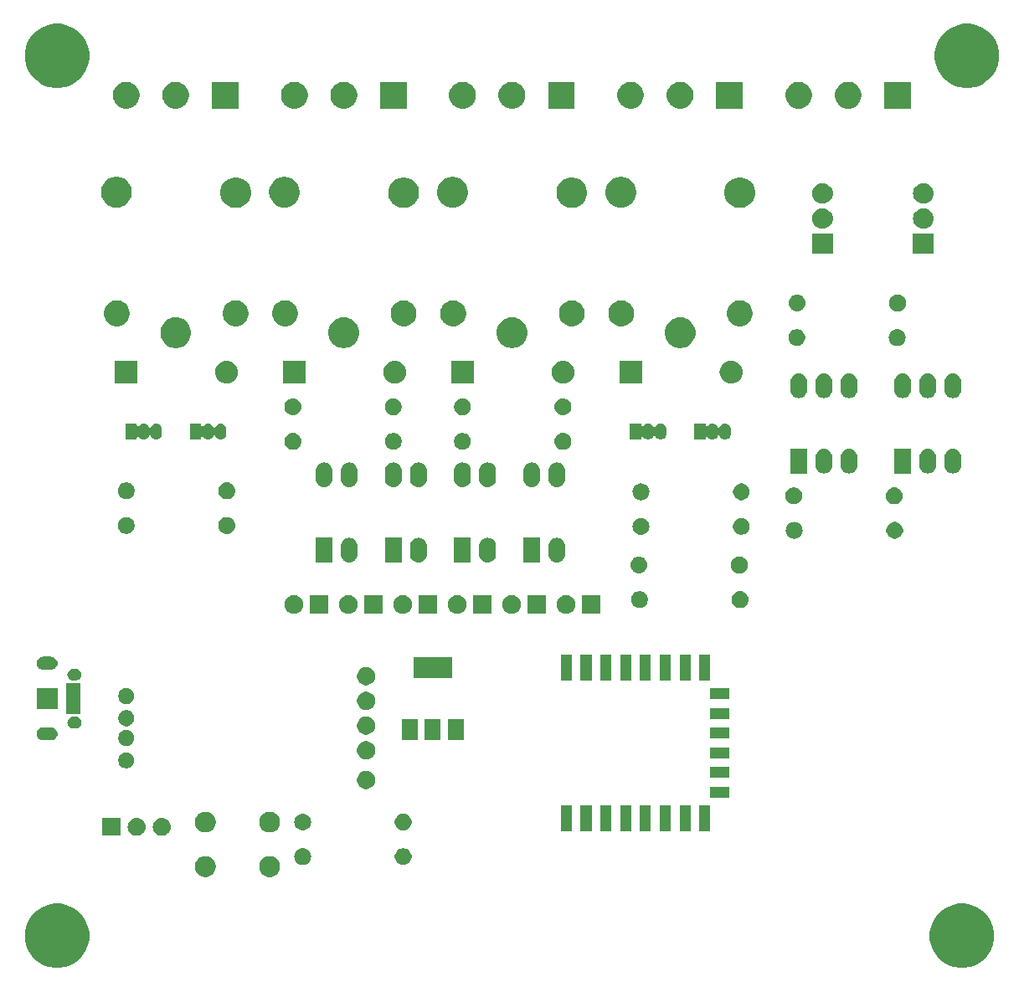
<source format=gbr>
G04 #@! TF.GenerationSoftware,KiCad,Pcbnew,(5.1.4)-1*
G04 #@! TF.CreationDate,2021-08-09T13:21:02-03:00*
G04 #@! TF.ProjectId,Plc_Esp12,506c635f-4573-4703-9132-2e6b69636164,rev?*
G04 #@! TF.SameCoordinates,Original*
G04 #@! TF.FileFunction,Soldermask,Top*
G04 #@! TF.FilePolarity,Negative*
%FSLAX46Y46*%
G04 Gerber Fmt 4.6, Leading zero omitted, Abs format (unit mm)*
G04 Created by KiCad (PCBNEW (5.1.4)-1) date 2021-08-09 13:21:02*
%MOMM*%
%LPD*%
G04 APERTURE LIST*
%ADD10C,0.100000*%
G04 APERTURE END LIST*
D10*
G36*
X186134239Y-139811467D02*
G01*
X186448282Y-139873934D01*
X187039926Y-140119001D01*
X187572392Y-140474784D01*
X188025216Y-140927608D01*
X188380999Y-141460074D01*
X188626066Y-142051718D01*
X188751000Y-142679804D01*
X188751000Y-143320196D01*
X188626066Y-143948282D01*
X188380999Y-144539926D01*
X188025216Y-145072392D01*
X187572392Y-145525216D01*
X187039926Y-145880999D01*
X186448282Y-146126066D01*
X186134239Y-146188533D01*
X185820197Y-146251000D01*
X185179803Y-146251000D01*
X184865761Y-146188533D01*
X184551718Y-146126066D01*
X183960074Y-145880999D01*
X183427608Y-145525216D01*
X182974784Y-145072392D01*
X182619001Y-144539926D01*
X182373934Y-143948282D01*
X182249000Y-143320196D01*
X182249000Y-142679804D01*
X182373934Y-142051718D01*
X182619001Y-141460074D01*
X182974784Y-140927608D01*
X183427608Y-140474784D01*
X183960074Y-140119001D01*
X184551718Y-139873934D01*
X184865761Y-139811467D01*
X185179803Y-139749000D01*
X185820197Y-139749000D01*
X186134239Y-139811467D01*
X186134239Y-139811467D01*
G37*
G36*
X94634239Y-139811467D02*
G01*
X94948282Y-139873934D01*
X95539926Y-140119001D01*
X96072392Y-140474784D01*
X96525216Y-140927608D01*
X96880999Y-141460074D01*
X97126066Y-142051718D01*
X97251000Y-142679804D01*
X97251000Y-143320196D01*
X97126066Y-143948282D01*
X96880999Y-144539926D01*
X96525216Y-145072392D01*
X96072392Y-145525216D01*
X95539926Y-145880999D01*
X94948282Y-146126066D01*
X94634239Y-146188533D01*
X94320197Y-146251000D01*
X93679803Y-146251000D01*
X93365761Y-146188533D01*
X93051718Y-146126066D01*
X92460074Y-145880999D01*
X91927608Y-145525216D01*
X91474784Y-145072392D01*
X91119001Y-144539926D01*
X90873934Y-143948282D01*
X90749000Y-143320196D01*
X90749000Y-142679804D01*
X90873934Y-142051718D01*
X91119001Y-141460074D01*
X91474784Y-140927608D01*
X91927608Y-140474784D01*
X92460074Y-140119001D01*
X93051718Y-139873934D01*
X93365761Y-139811467D01*
X93679803Y-139749000D01*
X94320197Y-139749000D01*
X94634239Y-139811467D01*
X94634239Y-139811467D01*
G37*
G36*
X109306564Y-134989389D02*
G01*
X109497833Y-135068615D01*
X109497835Y-135068616D01*
X109669973Y-135183635D01*
X109816365Y-135330027D01*
X109913284Y-135475076D01*
X109931385Y-135502167D01*
X110010611Y-135693436D01*
X110051000Y-135896484D01*
X110051000Y-136103516D01*
X110010611Y-136306564D01*
X109931385Y-136497833D01*
X109931384Y-136497835D01*
X109816365Y-136669973D01*
X109669973Y-136816365D01*
X109497835Y-136931384D01*
X109497834Y-136931385D01*
X109497833Y-136931385D01*
X109306564Y-137010611D01*
X109103516Y-137051000D01*
X108896484Y-137051000D01*
X108693436Y-137010611D01*
X108502167Y-136931385D01*
X108502166Y-136931385D01*
X108502165Y-136931384D01*
X108330027Y-136816365D01*
X108183635Y-136669973D01*
X108068616Y-136497835D01*
X108068615Y-136497833D01*
X107989389Y-136306564D01*
X107949000Y-136103516D01*
X107949000Y-135896484D01*
X107989389Y-135693436D01*
X108068615Y-135502167D01*
X108086717Y-135475076D01*
X108183635Y-135330027D01*
X108330027Y-135183635D01*
X108502165Y-135068616D01*
X108502167Y-135068615D01*
X108693436Y-134989389D01*
X108896484Y-134949000D01*
X109103516Y-134949000D01*
X109306564Y-134989389D01*
X109306564Y-134989389D01*
G37*
G36*
X115806564Y-134989389D02*
G01*
X115997833Y-135068615D01*
X115997835Y-135068616D01*
X116169973Y-135183635D01*
X116316365Y-135330027D01*
X116413284Y-135475076D01*
X116431385Y-135502167D01*
X116510611Y-135693436D01*
X116551000Y-135896484D01*
X116551000Y-136103516D01*
X116510611Y-136306564D01*
X116431385Y-136497833D01*
X116431384Y-136497835D01*
X116316365Y-136669973D01*
X116169973Y-136816365D01*
X115997835Y-136931384D01*
X115997834Y-136931385D01*
X115997833Y-136931385D01*
X115806564Y-137010611D01*
X115603516Y-137051000D01*
X115396484Y-137051000D01*
X115193436Y-137010611D01*
X115002167Y-136931385D01*
X115002166Y-136931385D01*
X115002165Y-136931384D01*
X114830027Y-136816365D01*
X114683635Y-136669973D01*
X114568616Y-136497835D01*
X114568615Y-136497833D01*
X114489389Y-136306564D01*
X114449000Y-136103516D01*
X114449000Y-135896484D01*
X114489389Y-135693436D01*
X114568615Y-135502167D01*
X114586717Y-135475076D01*
X114683635Y-135330027D01*
X114830027Y-135183635D01*
X115002165Y-135068616D01*
X115002167Y-135068615D01*
X115193436Y-134989389D01*
X115396484Y-134949000D01*
X115603516Y-134949000D01*
X115806564Y-134989389D01*
X115806564Y-134989389D01*
G37*
G36*
X119006823Y-134161313D02*
G01*
X119167242Y-134209976D01*
X119234361Y-134245852D01*
X119315078Y-134288996D01*
X119444659Y-134395341D01*
X119551004Y-134524922D01*
X119551005Y-134524924D01*
X119630024Y-134672758D01*
X119678687Y-134833177D01*
X119695117Y-135000000D01*
X119678687Y-135166823D01*
X119630024Y-135327242D01*
X119589477Y-135403100D01*
X119551004Y-135475078D01*
X119444659Y-135604659D01*
X119315078Y-135711004D01*
X119315076Y-135711005D01*
X119167242Y-135790024D01*
X119006823Y-135838687D01*
X118881804Y-135851000D01*
X118798196Y-135851000D01*
X118673177Y-135838687D01*
X118512758Y-135790024D01*
X118364924Y-135711005D01*
X118364922Y-135711004D01*
X118235341Y-135604659D01*
X118128996Y-135475078D01*
X118090523Y-135403100D01*
X118049976Y-135327242D01*
X118001313Y-135166823D01*
X117984883Y-135000000D01*
X118001313Y-134833177D01*
X118049976Y-134672758D01*
X118128995Y-134524924D01*
X118128996Y-134524922D01*
X118235341Y-134395341D01*
X118364922Y-134288996D01*
X118445639Y-134245852D01*
X118512758Y-134209976D01*
X118673177Y-134161313D01*
X118798196Y-134149000D01*
X118881804Y-134149000D01*
X119006823Y-134161313D01*
X119006823Y-134161313D01*
G37*
G36*
X129248228Y-134181703D02*
G01*
X129403100Y-134245853D01*
X129542481Y-134338985D01*
X129661015Y-134457519D01*
X129754147Y-134596900D01*
X129818297Y-134751772D01*
X129851000Y-134916184D01*
X129851000Y-135083816D01*
X129818297Y-135248228D01*
X129754147Y-135403100D01*
X129661015Y-135542481D01*
X129542481Y-135661015D01*
X129403100Y-135754147D01*
X129248228Y-135818297D01*
X129083816Y-135851000D01*
X128916184Y-135851000D01*
X128751772Y-135818297D01*
X128596900Y-135754147D01*
X128457519Y-135661015D01*
X128338985Y-135542481D01*
X128245853Y-135403100D01*
X128181703Y-135248228D01*
X128149000Y-135083816D01*
X128149000Y-134916184D01*
X128181703Y-134751772D01*
X128245853Y-134596900D01*
X128338985Y-134457519D01*
X128457519Y-134338985D01*
X128596900Y-134245853D01*
X128751772Y-134181703D01*
X128916184Y-134149000D01*
X129083816Y-134149000D01*
X129248228Y-134181703D01*
X129248228Y-134181703D01*
G37*
G36*
X100401000Y-132901000D02*
G01*
X98599000Y-132901000D01*
X98599000Y-131099000D01*
X100401000Y-131099000D01*
X100401000Y-132901000D01*
X100401000Y-132901000D01*
G37*
G36*
X102150442Y-131105518D02*
G01*
X102216627Y-131112037D01*
X102386466Y-131163557D01*
X102542991Y-131247222D01*
X102578729Y-131276552D01*
X102680186Y-131359814D01*
X102763448Y-131461271D01*
X102792778Y-131497009D01*
X102876443Y-131653534D01*
X102927963Y-131823373D01*
X102945359Y-132000000D01*
X102927963Y-132176627D01*
X102876443Y-132346466D01*
X102792778Y-132502991D01*
X102786525Y-132510610D01*
X102680186Y-132640186D01*
X102578729Y-132723448D01*
X102542991Y-132752778D01*
X102386466Y-132836443D01*
X102216627Y-132887963D01*
X102150443Y-132894481D01*
X102084260Y-132901000D01*
X101995740Y-132901000D01*
X101929557Y-132894481D01*
X101863373Y-132887963D01*
X101693534Y-132836443D01*
X101537009Y-132752778D01*
X101501271Y-132723448D01*
X101399814Y-132640186D01*
X101293475Y-132510610D01*
X101287222Y-132502991D01*
X101203557Y-132346466D01*
X101152037Y-132176627D01*
X101134641Y-132000000D01*
X101152037Y-131823373D01*
X101203557Y-131653534D01*
X101287222Y-131497009D01*
X101316552Y-131461271D01*
X101399814Y-131359814D01*
X101501271Y-131276552D01*
X101537009Y-131247222D01*
X101693534Y-131163557D01*
X101863373Y-131112037D01*
X101929558Y-131105518D01*
X101995740Y-131099000D01*
X102084260Y-131099000D01*
X102150442Y-131105518D01*
X102150442Y-131105518D01*
G37*
G36*
X104690442Y-131105518D02*
G01*
X104756627Y-131112037D01*
X104926466Y-131163557D01*
X105082991Y-131247222D01*
X105118729Y-131276552D01*
X105220186Y-131359814D01*
X105303448Y-131461271D01*
X105332778Y-131497009D01*
X105416443Y-131653534D01*
X105467963Y-131823373D01*
X105485359Y-132000000D01*
X105467963Y-132176627D01*
X105416443Y-132346466D01*
X105332778Y-132502991D01*
X105326525Y-132510610D01*
X105220186Y-132640186D01*
X105118729Y-132723448D01*
X105082991Y-132752778D01*
X104926466Y-132836443D01*
X104756627Y-132887963D01*
X104690443Y-132894481D01*
X104624260Y-132901000D01*
X104535740Y-132901000D01*
X104469557Y-132894481D01*
X104403373Y-132887963D01*
X104233534Y-132836443D01*
X104077009Y-132752778D01*
X104041271Y-132723448D01*
X103939814Y-132640186D01*
X103833475Y-132510610D01*
X103827222Y-132502991D01*
X103743557Y-132346466D01*
X103692037Y-132176627D01*
X103674641Y-132000000D01*
X103692037Y-131823373D01*
X103743557Y-131653534D01*
X103827222Y-131497009D01*
X103856552Y-131461271D01*
X103939814Y-131359814D01*
X104041271Y-131276552D01*
X104077009Y-131247222D01*
X104233534Y-131163557D01*
X104403373Y-131112037D01*
X104469558Y-131105518D01*
X104535740Y-131099000D01*
X104624260Y-131099000D01*
X104690442Y-131105518D01*
X104690442Y-131105518D01*
G37*
G36*
X109306564Y-130489389D02*
G01*
X109497833Y-130568615D01*
X109497835Y-130568616D01*
X109618138Y-130649000D01*
X109669973Y-130683635D01*
X109816365Y-130830027D01*
X109931385Y-131002167D01*
X110010611Y-131193436D01*
X110051000Y-131396484D01*
X110051000Y-131603516D01*
X110010611Y-131806564D01*
X109940811Y-131975076D01*
X109931384Y-131997835D01*
X109816365Y-132169973D01*
X109669973Y-132316365D01*
X109497835Y-132431384D01*
X109497834Y-132431385D01*
X109497833Y-132431385D01*
X109306564Y-132510611D01*
X109103516Y-132551000D01*
X108896484Y-132551000D01*
X108693436Y-132510611D01*
X108502167Y-132431385D01*
X108502166Y-132431385D01*
X108502165Y-132431384D01*
X108330027Y-132316365D01*
X108183635Y-132169973D01*
X108068616Y-131997835D01*
X108059189Y-131975076D01*
X107989389Y-131806564D01*
X107949000Y-131603516D01*
X107949000Y-131396484D01*
X107989389Y-131193436D01*
X108068615Y-131002167D01*
X108183635Y-130830027D01*
X108330027Y-130683635D01*
X108381862Y-130649000D01*
X108502165Y-130568616D01*
X108502167Y-130568615D01*
X108693436Y-130489389D01*
X108896484Y-130449000D01*
X109103516Y-130449000D01*
X109306564Y-130489389D01*
X109306564Y-130489389D01*
G37*
G36*
X115806564Y-130489389D02*
G01*
X115997833Y-130568615D01*
X115997835Y-130568616D01*
X116118138Y-130649000D01*
X116169973Y-130683635D01*
X116316365Y-130830027D01*
X116431385Y-131002167D01*
X116510611Y-131193436D01*
X116551000Y-131396484D01*
X116551000Y-131603516D01*
X116510611Y-131806564D01*
X116440811Y-131975076D01*
X116431384Y-131997835D01*
X116316365Y-132169973D01*
X116169973Y-132316365D01*
X115997835Y-132431384D01*
X115997834Y-132431385D01*
X115997833Y-132431385D01*
X115806564Y-132510611D01*
X115603516Y-132551000D01*
X115396484Y-132551000D01*
X115193436Y-132510611D01*
X115002167Y-132431385D01*
X115002166Y-132431385D01*
X115002165Y-132431384D01*
X114830027Y-132316365D01*
X114683635Y-132169973D01*
X114568616Y-131997835D01*
X114559189Y-131975076D01*
X114489389Y-131806564D01*
X114449000Y-131603516D01*
X114449000Y-131396484D01*
X114489389Y-131193436D01*
X114568615Y-131002167D01*
X114683635Y-130830027D01*
X114830027Y-130683635D01*
X114881862Y-130649000D01*
X115002165Y-130568616D01*
X115002167Y-130568615D01*
X115193436Y-130489389D01*
X115396484Y-130449000D01*
X115603516Y-130449000D01*
X115806564Y-130489389D01*
X115806564Y-130489389D01*
G37*
G36*
X156051000Y-132401000D02*
G01*
X154949000Y-132401000D01*
X154949000Y-129799000D01*
X156051000Y-129799000D01*
X156051000Y-132401000D01*
X156051000Y-132401000D01*
G37*
G36*
X146051000Y-132401000D02*
G01*
X144949000Y-132401000D01*
X144949000Y-129799000D01*
X146051000Y-129799000D01*
X146051000Y-132401000D01*
X146051000Y-132401000D01*
G37*
G36*
X160051000Y-132401000D02*
G01*
X158949000Y-132401000D01*
X158949000Y-129799000D01*
X160051000Y-129799000D01*
X160051000Y-132401000D01*
X160051000Y-132401000D01*
G37*
G36*
X148051000Y-132401000D02*
G01*
X146949000Y-132401000D01*
X146949000Y-129799000D01*
X148051000Y-129799000D01*
X148051000Y-132401000D01*
X148051000Y-132401000D01*
G37*
G36*
X150051000Y-132401000D02*
G01*
X148949000Y-132401000D01*
X148949000Y-129799000D01*
X150051000Y-129799000D01*
X150051000Y-132401000D01*
X150051000Y-132401000D01*
G37*
G36*
X158051000Y-132401000D02*
G01*
X156949000Y-132401000D01*
X156949000Y-129799000D01*
X158051000Y-129799000D01*
X158051000Y-132401000D01*
X158051000Y-132401000D01*
G37*
G36*
X154051000Y-132401000D02*
G01*
X152949000Y-132401000D01*
X152949000Y-129799000D01*
X154051000Y-129799000D01*
X154051000Y-132401000D01*
X154051000Y-132401000D01*
G37*
G36*
X152051000Y-132401000D02*
G01*
X150949000Y-132401000D01*
X150949000Y-129799000D01*
X152051000Y-129799000D01*
X152051000Y-132401000D01*
X152051000Y-132401000D01*
G37*
G36*
X129248228Y-130681703D02*
G01*
X129403100Y-130745853D01*
X129542481Y-130838985D01*
X129661015Y-130957519D01*
X129754147Y-131096900D01*
X129818297Y-131251772D01*
X129851000Y-131416184D01*
X129851000Y-131583816D01*
X129818297Y-131748228D01*
X129754147Y-131903100D01*
X129661015Y-132042481D01*
X129542481Y-132161015D01*
X129403100Y-132254147D01*
X129248228Y-132318297D01*
X129083816Y-132351000D01*
X128916184Y-132351000D01*
X128751772Y-132318297D01*
X128596900Y-132254147D01*
X128457519Y-132161015D01*
X128338985Y-132042481D01*
X128245853Y-131903100D01*
X128181703Y-131748228D01*
X128149000Y-131583816D01*
X128149000Y-131416184D01*
X128181703Y-131251772D01*
X128245853Y-131096900D01*
X128338985Y-130957519D01*
X128457519Y-130838985D01*
X128596900Y-130745853D01*
X128751772Y-130681703D01*
X128916184Y-130649000D01*
X129083816Y-130649000D01*
X129248228Y-130681703D01*
X129248228Y-130681703D01*
G37*
G36*
X119006823Y-130661313D02*
G01*
X119167242Y-130709976D01*
X119234361Y-130745852D01*
X119315078Y-130788996D01*
X119444659Y-130895341D01*
X119551004Y-131024922D01*
X119551005Y-131024924D01*
X119630024Y-131172758D01*
X119678687Y-131333177D01*
X119695117Y-131500000D01*
X119678687Y-131666823D01*
X119630024Y-131827242D01*
X119589477Y-131903100D01*
X119551004Y-131975078D01*
X119444659Y-132104659D01*
X119315078Y-132211004D01*
X119315076Y-132211005D01*
X119167242Y-132290024D01*
X119006823Y-132338687D01*
X118881804Y-132351000D01*
X118798196Y-132351000D01*
X118673177Y-132338687D01*
X118512758Y-132290024D01*
X118364924Y-132211005D01*
X118364922Y-132211004D01*
X118235341Y-132104659D01*
X118128996Y-131975078D01*
X118090523Y-131903100D01*
X118049976Y-131827242D01*
X118001313Y-131666823D01*
X117984883Y-131500000D01*
X118001313Y-131333177D01*
X118049976Y-131172758D01*
X118128995Y-131024924D01*
X118128996Y-131024922D01*
X118235341Y-130895341D01*
X118364922Y-130788996D01*
X118445639Y-130745852D01*
X118512758Y-130709976D01*
X118673177Y-130661313D01*
X118798196Y-130649000D01*
X118881804Y-130649000D01*
X119006823Y-130661313D01*
X119006823Y-130661313D01*
G37*
G36*
X161951000Y-129051000D02*
G01*
X160049000Y-129051000D01*
X160049000Y-127949000D01*
X161951000Y-127949000D01*
X161951000Y-129051000D01*
X161951000Y-129051000D01*
G37*
G36*
X125520104Y-126359585D02*
G01*
X125688626Y-126429389D01*
X125840291Y-126530728D01*
X125969272Y-126659709D01*
X126070611Y-126811374D01*
X126140415Y-126979896D01*
X126176000Y-127158797D01*
X126176000Y-127341203D01*
X126140415Y-127520104D01*
X126070611Y-127688626D01*
X125969272Y-127840291D01*
X125840291Y-127969272D01*
X125688626Y-128070611D01*
X125520104Y-128140415D01*
X125341203Y-128176000D01*
X125158797Y-128176000D01*
X124979896Y-128140415D01*
X124811374Y-128070611D01*
X124659709Y-127969272D01*
X124530728Y-127840291D01*
X124429389Y-127688626D01*
X124359585Y-127520104D01*
X124324000Y-127341203D01*
X124324000Y-127158797D01*
X124359585Y-126979896D01*
X124429389Y-126811374D01*
X124530728Y-126659709D01*
X124659709Y-126530728D01*
X124811374Y-126429389D01*
X124979896Y-126359585D01*
X125158797Y-126324000D01*
X125341203Y-126324000D01*
X125520104Y-126359585D01*
X125520104Y-126359585D01*
G37*
G36*
X161951000Y-127051000D02*
G01*
X160049000Y-127051000D01*
X160049000Y-125949000D01*
X161951000Y-125949000D01*
X161951000Y-127051000D01*
X161951000Y-127051000D01*
G37*
G36*
X101237142Y-124468242D02*
G01*
X101385101Y-124529529D01*
X101518255Y-124618499D01*
X101631501Y-124731745D01*
X101720471Y-124864899D01*
X101781758Y-125012858D01*
X101813000Y-125169925D01*
X101813000Y-125330075D01*
X101781758Y-125487142D01*
X101720471Y-125635101D01*
X101631501Y-125768255D01*
X101518255Y-125881501D01*
X101385101Y-125970471D01*
X101237142Y-126031758D01*
X101080075Y-126063000D01*
X100919925Y-126063000D01*
X100762858Y-126031758D01*
X100614899Y-125970471D01*
X100481745Y-125881501D01*
X100368499Y-125768255D01*
X100279529Y-125635101D01*
X100218242Y-125487142D01*
X100187000Y-125330075D01*
X100187000Y-125169925D01*
X100218242Y-125012858D01*
X100279529Y-124864899D01*
X100368499Y-124731745D01*
X100481745Y-124618499D01*
X100614899Y-124529529D01*
X100762858Y-124468242D01*
X100919925Y-124437000D01*
X101080075Y-124437000D01*
X101237142Y-124468242D01*
X101237142Y-124468242D01*
G37*
G36*
X125520104Y-123359585D02*
G01*
X125688626Y-123429389D01*
X125840291Y-123530728D01*
X125969272Y-123659709D01*
X126070611Y-123811374D01*
X126140415Y-123979896D01*
X126176000Y-124158797D01*
X126176000Y-124341203D01*
X126140415Y-124520104D01*
X126070611Y-124688626D01*
X125969272Y-124840291D01*
X125840291Y-124969272D01*
X125688626Y-125070611D01*
X125520104Y-125140415D01*
X125341203Y-125176000D01*
X125158797Y-125176000D01*
X124979896Y-125140415D01*
X124811374Y-125070611D01*
X124659709Y-124969272D01*
X124530728Y-124840291D01*
X124429389Y-124688626D01*
X124359585Y-124520104D01*
X124324000Y-124341203D01*
X124324000Y-124158797D01*
X124359585Y-123979896D01*
X124429389Y-123811374D01*
X124530728Y-123659709D01*
X124659709Y-123530728D01*
X124811374Y-123429389D01*
X124979896Y-123359585D01*
X125158797Y-123324000D01*
X125341203Y-123324000D01*
X125520104Y-123359585D01*
X125520104Y-123359585D01*
G37*
G36*
X161951000Y-125051000D02*
G01*
X160049000Y-125051000D01*
X160049000Y-123949000D01*
X161951000Y-123949000D01*
X161951000Y-125051000D01*
X161951000Y-125051000D01*
G37*
G36*
X101237142Y-122218242D02*
G01*
X101385101Y-122279529D01*
X101518255Y-122368499D01*
X101631501Y-122481745D01*
X101720471Y-122614899D01*
X101781758Y-122762858D01*
X101813000Y-122919925D01*
X101813000Y-123080075D01*
X101781758Y-123237142D01*
X101720471Y-123385101D01*
X101631501Y-123518255D01*
X101518255Y-123631501D01*
X101385101Y-123720471D01*
X101237142Y-123781758D01*
X101080075Y-123813000D01*
X100919925Y-123813000D01*
X100762858Y-123781758D01*
X100614899Y-123720471D01*
X100481745Y-123631501D01*
X100368499Y-123518255D01*
X100279529Y-123385101D01*
X100218242Y-123237142D01*
X100187000Y-123080075D01*
X100187000Y-122919925D01*
X100218242Y-122762858D01*
X100279529Y-122614899D01*
X100368499Y-122481745D01*
X100481745Y-122368499D01*
X100614899Y-122279529D01*
X100762858Y-122218242D01*
X100919925Y-122187000D01*
X101080075Y-122187000D01*
X101237142Y-122218242D01*
X101237142Y-122218242D01*
G37*
G36*
X93515486Y-121933229D02*
G01*
X93527423Y-121934405D01*
X93575535Y-121949000D01*
X93649948Y-121971573D01*
X93762868Y-122031930D01*
X93861843Y-122113157D01*
X93943070Y-122212132D01*
X94003427Y-122325052D01*
X94040595Y-122447578D01*
X94053145Y-122575000D01*
X94040595Y-122702422D01*
X94003427Y-122824948D01*
X93943070Y-122937868D01*
X93861843Y-123036843D01*
X93762868Y-123118070D01*
X93649948Y-123178427D01*
X93588685Y-123197011D01*
X93527423Y-123215595D01*
X93515486Y-123216771D01*
X93431932Y-123225000D01*
X92568068Y-123225000D01*
X92484514Y-123216771D01*
X92472577Y-123215595D01*
X92411315Y-123197011D01*
X92350052Y-123178427D01*
X92237132Y-123118070D01*
X92138157Y-123036843D01*
X92056930Y-122937868D01*
X91996573Y-122824948D01*
X91959405Y-122702422D01*
X91946855Y-122575000D01*
X91959405Y-122447578D01*
X91996573Y-122325052D01*
X92056930Y-122212132D01*
X92138157Y-122113157D01*
X92237132Y-122031930D01*
X92350052Y-121971573D01*
X92424465Y-121949000D01*
X92472577Y-121934405D01*
X92484514Y-121933229D01*
X92568068Y-121925000D01*
X93431932Y-121925000D01*
X93515486Y-121933229D01*
X93515486Y-121933229D01*
G37*
G36*
X135101000Y-123201000D02*
G01*
X133499000Y-123201000D01*
X133499000Y-121099000D01*
X135101000Y-121099000D01*
X135101000Y-123201000D01*
X135101000Y-123201000D01*
G37*
G36*
X132801000Y-123201000D02*
G01*
X131199000Y-123201000D01*
X131199000Y-121099000D01*
X132801000Y-121099000D01*
X132801000Y-123201000D01*
X132801000Y-123201000D01*
G37*
G36*
X130501000Y-123201000D02*
G01*
X128899000Y-123201000D01*
X128899000Y-121099000D01*
X130501000Y-121099000D01*
X130501000Y-123201000D01*
X130501000Y-123201000D01*
G37*
G36*
X161951000Y-123051000D02*
G01*
X160049000Y-123051000D01*
X160049000Y-121949000D01*
X161951000Y-121949000D01*
X161951000Y-123051000D01*
X161951000Y-123051000D01*
G37*
G36*
X125520104Y-120859585D02*
G01*
X125688626Y-120929389D01*
X125840291Y-121030728D01*
X125969272Y-121159709D01*
X126070611Y-121311374D01*
X126140415Y-121479896D01*
X126176000Y-121658797D01*
X126176000Y-121841203D01*
X126140415Y-122020104D01*
X126070611Y-122188626D01*
X125969272Y-122340291D01*
X125840291Y-122469272D01*
X125688626Y-122570611D01*
X125520104Y-122640415D01*
X125341203Y-122676000D01*
X125158797Y-122676000D01*
X124979896Y-122640415D01*
X124811374Y-122570611D01*
X124659709Y-122469272D01*
X124530728Y-122340291D01*
X124429389Y-122188626D01*
X124359585Y-122020104D01*
X124324000Y-121841203D01*
X124324000Y-121658797D01*
X124359585Y-121479896D01*
X124429389Y-121311374D01*
X124530728Y-121159709D01*
X124659709Y-121030728D01*
X124811374Y-120929389D01*
X124979896Y-120859585D01*
X125158797Y-120824000D01*
X125341203Y-120824000D01*
X125520104Y-120859585D01*
X125520104Y-120859585D01*
G37*
G36*
X95967621Y-120833682D02*
G01*
X96080721Y-120867990D01*
X96184955Y-120923704D01*
X96276317Y-120998683D01*
X96351296Y-121090045D01*
X96407010Y-121194279D01*
X96441318Y-121307379D01*
X96452903Y-121425000D01*
X96441318Y-121542621D01*
X96407010Y-121655721D01*
X96351296Y-121759955D01*
X96276317Y-121851317D01*
X96184955Y-121926296D01*
X96080721Y-121982010D01*
X95967621Y-122016318D01*
X95879474Y-122025000D01*
X95620526Y-122025000D01*
X95532379Y-122016318D01*
X95419279Y-121982010D01*
X95315045Y-121926296D01*
X95223683Y-121851317D01*
X95148704Y-121759955D01*
X95092990Y-121655721D01*
X95058682Y-121542621D01*
X95047097Y-121425000D01*
X95058682Y-121307379D01*
X95092990Y-121194279D01*
X95148704Y-121090045D01*
X95223683Y-120998683D01*
X95315045Y-120923704D01*
X95419279Y-120867990D01*
X95532379Y-120833682D01*
X95620526Y-120825000D01*
X95879474Y-120825000D01*
X95967621Y-120833682D01*
X95967621Y-120833682D01*
G37*
G36*
X101237142Y-120218242D02*
G01*
X101385101Y-120279529D01*
X101518255Y-120368499D01*
X101631501Y-120481745D01*
X101720471Y-120614899D01*
X101781758Y-120762858D01*
X101813000Y-120919925D01*
X101813000Y-121080075D01*
X101781758Y-121237142D01*
X101720471Y-121385101D01*
X101631501Y-121518255D01*
X101518255Y-121631501D01*
X101385101Y-121720471D01*
X101237142Y-121781758D01*
X101080075Y-121813000D01*
X100919925Y-121813000D01*
X100762858Y-121781758D01*
X100614899Y-121720471D01*
X100481745Y-121631501D01*
X100368499Y-121518255D01*
X100279529Y-121385101D01*
X100218242Y-121237142D01*
X100187000Y-121080075D01*
X100187000Y-120919925D01*
X100218242Y-120762858D01*
X100279529Y-120614899D01*
X100368499Y-120481745D01*
X100481745Y-120368499D01*
X100614899Y-120279529D01*
X100762858Y-120218242D01*
X100919925Y-120187000D01*
X101080075Y-120187000D01*
X101237142Y-120218242D01*
X101237142Y-120218242D01*
G37*
G36*
X161951000Y-121051000D02*
G01*
X160049000Y-121051000D01*
X160049000Y-119949000D01*
X161951000Y-119949000D01*
X161951000Y-121051000D01*
X161951000Y-121051000D01*
G37*
G36*
X96400000Y-120550000D02*
G01*
X94950000Y-120550000D01*
X94950000Y-117450000D01*
X96400000Y-117450000D01*
X96400000Y-120550000D01*
X96400000Y-120550000D01*
G37*
G36*
X125520104Y-118359585D02*
G01*
X125688626Y-118429389D01*
X125840291Y-118530728D01*
X125969272Y-118659709D01*
X126070611Y-118811374D01*
X126140415Y-118979896D01*
X126176000Y-119158797D01*
X126176000Y-119341203D01*
X126140415Y-119520104D01*
X126070611Y-119688626D01*
X125969272Y-119840291D01*
X125840291Y-119969272D01*
X125688626Y-120070611D01*
X125520104Y-120140415D01*
X125341203Y-120176000D01*
X125158797Y-120176000D01*
X124979896Y-120140415D01*
X124811374Y-120070611D01*
X124659709Y-119969272D01*
X124530728Y-119840291D01*
X124429389Y-119688626D01*
X124359585Y-119520104D01*
X124324000Y-119341203D01*
X124324000Y-119158797D01*
X124359585Y-118979896D01*
X124429389Y-118811374D01*
X124530728Y-118659709D01*
X124659709Y-118530728D01*
X124811374Y-118429389D01*
X124979896Y-118359585D01*
X125158797Y-118324000D01*
X125341203Y-118324000D01*
X125520104Y-118359585D01*
X125520104Y-118359585D01*
G37*
G36*
X94050000Y-120050000D02*
G01*
X91950000Y-120050000D01*
X91950000Y-117950000D01*
X94050000Y-117950000D01*
X94050000Y-120050000D01*
X94050000Y-120050000D01*
G37*
G36*
X101237142Y-117968242D02*
G01*
X101385101Y-118029529D01*
X101518255Y-118118499D01*
X101631501Y-118231745D01*
X101720471Y-118364899D01*
X101781758Y-118512858D01*
X101813000Y-118669925D01*
X101813000Y-118830075D01*
X101781758Y-118987142D01*
X101720471Y-119135101D01*
X101631501Y-119268255D01*
X101518255Y-119381501D01*
X101385101Y-119470471D01*
X101237142Y-119531758D01*
X101080075Y-119563000D01*
X100919925Y-119563000D01*
X100762858Y-119531758D01*
X100614899Y-119470471D01*
X100481745Y-119381501D01*
X100368499Y-119268255D01*
X100279529Y-119135101D01*
X100218242Y-118987142D01*
X100187000Y-118830075D01*
X100187000Y-118669925D01*
X100218242Y-118512858D01*
X100279529Y-118364899D01*
X100368499Y-118231745D01*
X100481745Y-118118499D01*
X100614899Y-118029529D01*
X100762858Y-117968242D01*
X100919925Y-117937000D01*
X101080075Y-117937000D01*
X101237142Y-117968242D01*
X101237142Y-117968242D01*
G37*
G36*
X161951000Y-119051000D02*
G01*
X160049000Y-119051000D01*
X160049000Y-117949000D01*
X161951000Y-117949000D01*
X161951000Y-119051000D01*
X161951000Y-119051000D01*
G37*
G36*
X125520104Y-115859585D02*
G01*
X125688626Y-115929389D01*
X125840291Y-116030728D01*
X125969272Y-116159709D01*
X126070611Y-116311374D01*
X126140415Y-116479896D01*
X126176000Y-116658797D01*
X126176000Y-116841203D01*
X126140415Y-117020104D01*
X126070611Y-117188626D01*
X125969272Y-117340291D01*
X125840291Y-117469272D01*
X125688626Y-117570611D01*
X125520104Y-117640415D01*
X125341203Y-117676000D01*
X125158797Y-117676000D01*
X124979896Y-117640415D01*
X124811374Y-117570611D01*
X124659709Y-117469272D01*
X124530728Y-117340291D01*
X124429389Y-117188626D01*
X124359585Y-117020104D01*
X124324000Y-116841203D01*
X124324000Y-116658797D01*
X124359585Y-116479896D01*
X124429389Y-116311374D01*
X124530728Y-116159709D01*
X124659709Y-116030728D01*
X124811374Y-115929389D01*
X124979896Y-115859585D01*
X125158797Y-115824000D01*
X125341203Y-115824000D01*
X125520104Y-115859585D01*
X125520104Y-115859585D01*
G37*
G36*
X152051000Y-117201000D02*
G01*
X150949000Y-117201000D01*
X150949000Y-114599000D01*
X152051000Y-114599000D01*
X152051000Y-117201000D01*
X152051000Y-117201000D01*
G37*
G36*
X146051000Y-117201000D02*
G01*
X144949000Y-117201000D01*
X144949000Y-114599000D01*
X146051000Y-114599000D01*
X146051000Y-117201000D01*
X146051000Y-117201000D01*
G37*
G36*
X148051000Y-117201000D02*
G01*
X146949000Y-117201000D01*
X146949000Y-114599000D01*
X148051000Y-114599000D01*
X148051000Y-117201000D01*
X148051000Y-117201000D01*
G37*
G36*
X150051000Y-117201000D02*
G01*
X148949000Y-117201000D01*
X148949000Y-114599000D01*
X150051000Y-114599000D01*
X150051000Y-117201000D01*
X150051000Y-117201000D01*
G37*
G36*
X154051000Y-117201000D02*
G01*
X152949000Y-117201000D01*
X152949000Y-114599000D01*
X154051000Y-114599000D01*
X154051000Y-117201000D01*
X154051000Y-117201000D01*
G37*
G36*
X160051000Y-117201000D02*
G01*
X158949000Y-117201000D01*
X158949000Y-114599000D01*
X160051000Y-114599000D01*
X160051000Y-117201000D01*
X160051000Y-117201000D01*
G37*
G36*
X158051000Y-117201000D02*
G01*
X156949000Y-117201000D01*
X156949000Y-114599000D01*
X158051000Y-114599000D01*
X158051000Y-117201000D01*
X158051000Y-117201000D01*
G37*
G36*
X156051000Y-117201000D02*
G01*
X154949000Y-117201000D01*
X154949000Y-114599000D01*
X156051000Y-114599000D01*
X156051000Y-117201000D01*
X156051000Y-117201000D01*
G37*
G36*
X95967621Y-115983682D02*
G01*
X96080721Y-116017990D01*
X96184955Y-116073704D01*
X96276317Y-116148683D01*
X96351296Y-116240045D01*
X96407010Y-116344279D01*
X96441318Y-116457379D01*
X96452903Y-116575000D01*
X96441318Y-116692621D01*
X96407010Y-116805721D01*
X96351296Y-116909955D01*
X96276317Y-117001317D01*
X96184955Y-117076296D01*
X96080721Y-117132010D01*
X95967621Y-117166318D01*
X95879474Y-117175000D01*
X95620526Y-117175000D01*
X95532379Y-117166318D01*
X95419279Y-117132010D01*
X95315045Y-117076296D01*
X95223683Y-117001317D01*
X95148704Y-116909955D01*
X95092990Y-116805721D01*
X95058682Y-116692621D01*
X95047097Y-116575000D01*
X95058682Y-116457379D01*
X95092990Y-116344279D01*
X95148704Y-116240045D01*
X95223683Y-116148683D01*
X95315045Y-116073704D01*
X95419279Y-116017990D01*
X95532379Y-115983682D01*
X95620526Y-115975000D01*
X95879474Y-115975000D01*
X95967621Y-115983682D01*
X95967621Y-115983682D01*
G37*
G36*
X133951000Y-116901000D02*
G01*
X130049000Y-116901000D01*
X130049000Y-114799000D01*
X133951000Y-114799000D01*
X133951000Y-116901000D01*
X133951000Y-116901000D01*
G37*
G36*
X93515486Y-114783229D02*
G01*
X93527423Y-114784405D01*
X93575535Y-114799000D01*
X93649948Y-114821573D01*
X93762868Y-114881930D01*
X93861843Y-114963157D01*
X93943070Y-115062132D01*
X94003427Y-115175052D01*
X94040595Y-115297578D01*
X94053145Y-115425000D01*
X94040595Y-115552422D01*
X94003427Y-115674948D01*
X93943070Y-115787868D01*
X93861843Y-115886843D01*
X93762868Y-115968070D01*
X93649948Y-116028427D01*
X93588685Y-116047011D01*
X93527423Y-116065595D01*
X93515486Y-116066771D01*
X93431932Y-116075000D01*
X92568068Y-116075000D01*
X92484514Y-116066771D01*
X92472577Y-116065595D01*
X92411315Y-116047011D01*
X92350052Y-116028427D01*
X92237132Y-115968070D01*
X92138157Y-115886843D01*
X92056930Y-115787868D01*
X91996573Y-115674948D01*
X91959405Y-115552422D01*
X91946855Y-115425000D01*
X91959405Y-115297578D01*
X91996573Y-115175052D01*
X92056930Y-115062132D01*
X92138157Y-114963157D01*
X92237132Y-114881930D01*
X92350052Y-114821573D01*
X92424465Y-114799000D01*
X92472577Y-114784405D01*
X92484514Y-114783229D01*
X92568068Y-114775000D01*
X93431932Y-114775000D01*
X93515486Y-114783229D01*
X93515486Y-114783229D01*
G37*
G36*
X145737395Y-108585546D02*
G01*
X145910466Y-108657234D01*
X145987818Y-108708919D01*
X146066227Y-108761310D01*
X146198690Y-108893773D01*
X146198691Y-108893775D01*
X146302766Y-109049534D01*
X146374454Y-109222605D01*
X146411000Y-109406333D01*
X146411000Y-109593667D01*
X146374454Y-109777395D01*
X146302766Y-109950466D01*
X146302765Y-109950467D01*
X146198690Y-110106227D01*
X146066227Y-110238690D01*
X145987818Y-110291081D01*
X145910466Y-110342766D01*
X145737395Y-110414454D01*
X145553667Y-110451000D01*
X145366333Y-110451000D01*
X145182605Y-110414454D01*
X145009534Y-110342766D01*
X144932182Y-110291081D01*
X144853773Y-110238690D01*
X144721310Y-110106227D01*
X144617235Y-109950467D01*
X144617234Y-109950466D01*
X144545546Y-109777395D01*
X144509000Y-109593667D01*
X144509000Y-109406333D01*
X144545546Y-109222605D01*
X144617234Y-109049534D01*
X144721309Y-108893775D01*
X144721310Y-108893773D01*
X144853773Y-108761310D01*
X144932182Y-108708919D01*
X145009534Y-108657234D01*
X145182605Y-108585546D01*
X145366333Y-108549000D01*
X145553667Y-108549000D01*
X145737395Y-108585546D01*
X145737395Y-108585546D01*
G37*
G36*
X118237395Y-108585546D02*
G01*
X118410466Y-108657234D01*
X118487818Y-108708919D01*
X118566227Y-108761310D01*
X118698690Y-108893773D01*
X118698691Y-108893775D01*
X118802766Y-109049534D01*
X118874454Y-109222605D01*
X118911000Y-109406333D01*
X118911000Y-109593667D01*
X118874454Y-109777395D01*
X118802766Y-109950466D01*
X118802765Y-109950467D01*
X118698690Y-110106227D01*
X118566227Y-110238690D01*
X118487818Y-110291081D01*
X118410466Y-110342766D01*
X118237395Y-110414454D01*
X118053667Y-110451000D01*
X117866333Y-110451000D01*
X117682605Y-110414454D01*
X117509534Y-110342766D01*
X117432182Y-110291081D01*
X117353773Y-110238690D01*
X117221310Y-110106227D01*
X117117235Y-109950467D01*
X117117234Y-109950466D01*
X117045546Y-109777395D01*
X117009000Y-109593667D01*
X117009000Y-109406333D01*
X117045546Y-109222605D01*
X117117234Y-109049534D01*
X117221309Y-108893775D01*
X117221310Y-108893773D01*
X117353773Y-108761310D01*
X117432182Y-108708919D01*
X117509534Y-108657234D01*
X117682605Y-108585546D01*
X117866333Y-108549000D01*
X118053667Y-108549000D01*
X118237395Y-108585546D01*
X118237395Y-108585546D01*
G37*
G36*
X126951000Y-110451000D02*
G01*
X125049000Y-110451000D01*
X125049000Y-108549000D01*
X126951000Y-108549000D01*
X126951000Y-110451000D01*
X126951000Y-110451000D01*
G37*
G36*
X123737395Y-108585546D02*
G01*
X123910466Y-108657234D01*
X123987818Y-108708919D01*
X124066227Y-108761310D01*
X124198690Y-108893773D01*
X124198691Y-108893775D01*
X124302766Y-109049534D01*
X124374454Y-109222605D01*
X124411000Y-109406333D01*
X124411000Y-109593667D01*
X124374454Y-109777395D01*
X124302766Y-109950466D01*
X124302765Y-109950467D01*
X124198690Y-110106227D01*
X124066227Y-110238690D01*
X123987818Y-110291081D01*
X123910466Y-110342766D01*
X123737395Y-110414454D01*
X123553667Y-110451000D01*
X123366333Y-110451000D01*
X123182605Y-110414454D01*
X123009534Y-110342766D01*
X122932182Y-110291081D01*
X122853773Y-110238690D01*
X122721310Y-110106227D01*
X122617235Y-109950467D01*
X122617234Y-109950466D01*
X122545546Y-109777395D01*
X122509000Y-109593667D01*
X122509000Y-109406333D01*
X122545546Y-109222605D01*
X122617234Y-109049534D01*
X122721309Y-108893775D01*
X122721310Y-108893773D01*
X122853773Y-108761310D01*
X122932182Y-108708919D01*
X123009534Y-108657234D01*
X123182605Y-108585546D01*
X123366333Y-108549000D01*
X123553667Y-108549000D01*
X123737395Y-108585546D01*
X123737395Y-108585546D01*
G37*
G36*
X143451000Y-110451000D02*
G01*
X141549000Y-110451000D01*
X141549000Y-108549000D01*
X143451000Y-108549000D01*
X143451000Y-110451000D01*
X143451000Y-110451000D01*
G37*
G36*
X140237395Y-108585546D02*
G01*
X140410466Y-108657234D01*
X140487818Y-108708919D01*
X140566227Y-108761310D01*
X140698690Y-108893773D01*
X140698691Y-108893775D01*
X140802766Y-109049534D01*
X140874454Y-109222605D01*
X140911000Y-109406333D01*
X140911000Y-109593667D01*
X140874454Y-109777395D01*
X140802766Y-109950466D01*
X140802765Y-109950467D01*
X140698690Y-110106227D01*
X140566227Y-110238690D01*
X140487818Y-110291081D01*
X140410466Y-110342766D01*
X140237395Y-110414454D01*
X140053667Y-110451000D01*
X139866333Y-110451000D01*
X139682605Y-110414454D01*
X139509534Y-110342766D01*
X139432182Y-110291081D01*
X139353773Y-110238690D01*
X139221310Y-110106227D01*
X139117235Y-109950467D01*
X139117234Y-109950466D01*
X139045546Y-109777395D01*
X139009000Y-109593667D01*
X139009000Y-109406333D01*
X139045546Y-109222605D01*
X139117234Y-109049534D01*
X139221309Y-108893775D01*
X139221310Y-108893773D01*
X139353773Y-108761310D01*
X139432182Y-108708919D01*
X139509534Y-108657234D01*
X139682605Y-108585546D01*
X139866333Y-108549000D01*
X140053667Y-108549000D01*
X140237395Y-108585546D01*
X140237395Y-108585546D01*
G37*
G36*
X148951000Y-110451000D02*
G01*
X147049000Y-110451000D01*
X147049000Y-108549000D01*
X148951000Y-108549000D01*
X148951000Y-110451000D01*
X148951000Y-110451000D01*
G37*
G36*
X132451000Y-110451000D02*
G01*
X130549000Y-110451000D01*
X130549000Y-108549000D01*
X132451000Y-108549000D01*
X132451000Y-110451000D01*
X132451000Y-110451000D01*
G37*
G36*
X129237395Y-108585546D02*
G01*
X129410466Y-108657234D01*
X129487818Y-108708919D01*
X129566227Y-108761310D01*
X129698690Y-108893773D01*
X129698691Y-108893775D01*
X129802766Y-109049534D01*
X129874454Y-109222605D01*
X129911000Y-109406333D01*
X129911000Y-109593667D01*
X129874454Y-109777395D01*
X129802766Y-109950466D01*
X129802765Y-109950467D01*
X129698690Y-110106227D01*
X129566227Y-110238690D01*
X129487818Y-110291081D01*
X129410466Y-110342766D01*
X129237395Y-110414454D01*
X129053667Y-110451000D01*
X128866333Y-110451000D01*
X128682605Y-110414454D01*
X128509534Y-110342766D01*
X128432182Y-110291081D01*
X128353773Y-110238690D01*
X128221310Y-110106227D01*
X128117235Y-109950467D01*
X128117234Y-109950466D01*
X128045546Y-109777395D01*
X128009000Y-109593667D01*
X128009000Y-109406333D01*
X128045546Y-109222605D01*
X128117234Y-109049534D01*
X128221309Y-108893775D01*
X128221310Y-108893773D01*
X128353773Y-108761310D01*
X128432182Y-108708919D01*
X128509534Y-108657234D01*
X128682605Y-108585546D01*
X128866333Y-108549000D01*
X129053667Y-108549000D01*
X129237395Y-108585546D01*
X129237395Y-108585546D01*
G37*
G36*
X137951000Y-110451000D02*
G01*
X136049000Y-110451000D01*
X136049000Y-108549000D01*
X137951000Y-108549000D01*
X137951000Y-110451000D01*
X137951000Y-110451000D01*
G37*
G36*
X134737395Y-108585546D02*
G01*
X134910466Y-108657234D01*
X134987818Y-108708919D01*
X135066227Y-108761310D01*
X135198690Y-108893773D01*
X135198691Y-108893775D01*
X135302766Y-109049534D01*
X135374454Y-109222605D01*
X135411000Y-109406333D01*
X135411000Y-109593667D01*
X135374454Y-109777395D01*
X135302766Y-109950466D01*
X135302765Y-109950467D01*
X135198690Y-110106227D01*
X135066227Y-110238690D01*
X134987818Y-110291081D01*
X134910466Y-110342766D01*
X134737395Y-110414454D01*
X134553667Y-110451000D01*
X134366333Y-110451000D01*
X134182605Y-110414454D01*
X134009534Y-110342766D01*
X133932182Y-110291081D01*
X133853773Y-110238690D01*
X133721310Y-110106227D01*
X133617235Y-109950467D01*
X133617234Y-109950466D01*
X133545546Y-109777395D01*
X133509000Y-109593667D01*
X133509000Y-109406333D01*
X133545546Y-109222605D01*
X133617234Y-109049534D01*
X133721309Y-108893775D01*
X133721310Y-108893773D01*
X133853773Y-108761310D01*
X133932182Y-108708919D01*
X134009534Y-108657234D01*
X134182605Y-108585546D01*
X134366333Y-108549000D01*
X134553667Y-108549000D01*
X134737395Y-108585546D01*
X134737395Y-108585546D01*
G37*
G36*
X121451000Y-110451000D02*
G01*
X119549000Y-110451000D01*
X119549000Y-108549000D01*
X121451000Y-108549000D01*
X121451000Y-110451000D01*
X121451000Y-110451000D01*
G37*
G36*
X163226823Y-108161313D02*
G01*
X163387242Y-108209976D01*
X163454361Y-108245852D01*
X163535078Y-108288996D01*
X163664659Y-108395341D01*
X163771004Y-108524922D01*
X163771005Y-108524924D01*
X163850024Y-108672758D01*
X163898687Y-108833177D01*
X163915117Y-109000000D01*
X163898687Y-109166823D01*
X163850024Y-109327242D01*
X163809477Y-109403100D01*
X163771004Y-109475078D01*
X163664659Y-109604659D01*
X163535078Y-109711004D01*
X163535076Y-109711005D01*
X163387242Y-109790024D01*
X163226823Y-109838687D01*
X163101804Y-109851000D01*
X163018196Y-109851000D01*
X162893177Y-109838687D01*
X162732758Y-109790024D01*
X162584924Y-109711005D01*
X162584922Y-109711004D01*
X162455341Y-109604659D01*
X162348996Y-109475078D01*
X162310523Y-109403100D01*
X162269976Y-109327242D01*
X162221313Y-109166823D01*
X162204883Y-109000000D01*
X162221313Y-108833177D01*
X162269976Y-108672758D01*
X162348995Y-108524924D01*
X162348996Y-108524922D01*
X162455341Y-108395341D01*
X162584922Y-108288996D01*
X162665639Y-108245852D01*
X162732758Y-108209976D01*
X162893177Y-108161313D01*
X163018196Y-108149000D01*
X163101804Y-108149000D01*
X163226823Y-108161313D01*
X163226823Y-108161313D01*
G37*
G36*
X153148228Y-108181703D02*
G01*
X153303100Y-108245853D01*
X153442481Y-108338985D01*
X153561015Y-108457519D01*
X153654147Y-108596900D01*
X153718297Y-108751772D01*
X153751000Y-108916184D01*
X153751000Y-109083816D01*
X153718297Y-109248228D01*
X153654147Y-109403100D01*
X153561015Y-109542481D01*
X153442481Y-109661015D01*
X153303100Y-109754147D01*
X153148228Y-109818297D01*
X152983816Y-109851000D01*
X152816184Y-109851000D01*
X152651772Y-109818297D01*
X152496900Y-109754147D01*
X152357519Y-109661015D01*
X152238985Y-109542481D01*
X152145853Y-109403100D01*
X152081703Y-109248228D01*
X152049000Y-109083816D01*
X152049000Y-108916184D01*
X152081703Y-108751772D01*
X152145853Y-108596900D01*
X152238985Y-108457519D01*
X152357519Y-108338985D01*
X152496900Y-108245853D01*
X152651772Y-108181703D01*
X152816184Y-108149000D01*
X152983816Y-108149000D01*
X153148228Y-108181703D01*
X153148228Y-108181703D01*
G37*
G36*
X163248228Y-104681703D02*
G01*
X163403100Y-104745853D01*
X163542481Y-104838985D01*
X163661015Y-104957519D01*
X163754147Y-105096900D01*
X163818297Y-105251772D01*
X163851000Y-105416184D01*
X163851000Y-105583816D01*
X163818297Y-105748228D01*
X163754147Y-105903100D01*
X163661015Y-106042481D01*
X163542481Y-106161015D01*
X163403100Y-106254147D01*
X163248228Y-106318297D01*
X163083816Y-106351000D01*
X162916184Y-106351000D01*
X162751772Y-106318297D01*
X162596900Y-106254147D01*
X162457519Y-106161015D01*
X162338985Y-106042481D01*
X162245853Y-105903100D01*
X162181703Y-105748228D01*
X162149000Y-105583816D01*
X162149000Y-105416184D01*
X162181703Y-105251772D01*
X162245853Y-105096900D01*
X162338985Y-104957519D01*
X162457519Y-104838985D01*
X162596900Y-104745853D01*
X162751772Y-104681703D01*
X162916184Y-104649000D01*
X163083816Y-104649000D01*
X163248228Y-104681703D01*
X163248228Y-104681703D01*
G37*
G36*
X153006823Y-104661313D02*
G01*
X153167242Y-104709976D01*
X153199544Y-104727242D01*
X153315078Y-104788996D01*
X153444659Y-104895341D01*
X153551004Y-105024922D01*
X153551005Y-105024924D01*
X153630024Y-105172758D01*
X153678687Y-105333177D01*
X153695117Y-105500000D01*
X153678687Y-105666823D01*
X153630024Y-105827242D01*
X153589477Y-105903100D01*
X153551004Y-105975078D01*
X153444659Y-106104659D01*
X153315078Y-106211004D01*
X153315076Y-106211005D01*
X153167242Y-106290024D01*
X153006823Y-106338687D01*
X152881804Y-106351000D01*
X152798196Y-106351000D01*
X152673177Y-106338687D01*
X152512758Y-106290024D01*
X152364924Y-106211005D01*
X152364922Y-106211004D01*
X152235341Y-106104659D01*
X152128996Y-105975078D01*
X152090523Y-105903100D01*
X152049976Y-105827242D01*
X152001313Y-105666823D01*
X151984883Y-105500000D01*
X152001313Y-105333177D01*
X152049976Y-105172758D01*
X152128995Y-105024924D01*
X152128996Y-105024922D01*
X152235341Y-104895341D01*
X152364922Y-104788996D01*
X152480456Y-104727242D01*
X152512758Y-104709976D01*
X152673177Y-104661313D01*
X152798196Y-104649000D01*
X152881804Y-104649000D01*
X153006823Y-104661313D01*
X153006823Y-104661313D01*
G37*
G36*
X144706822Y-102761313D02*
G01*
X144867241Y-102809976D01*
X145015077Y-102888995D01*
X145144659Y-102995341D01*
X145251004Y-103124922D01*
X145251005Y-103124924D01*
X145330024Y-103272758D01*
X145378687Y-103433177D01*
X145391000Y-103558196D01*
X145391000Y-104441803D01*
X145378687Y-104566822D01*
X145330024Y-104727242D01*
X145270296Y-104838985D01*
X145251004Y-104875078D01*
X145144659Y-105004659D01*
X145015078Y-105111004D01*
X145015076Y-105111005D01*
X144867242Y-105190024D01*
X144706823Y-105238687D01*
X144540000Y-105255117D01*
X144373178Y-105238687D01*
X144212759Y-105190024D01*
X144064925Y-105111005D01*
X144064923Y-105111004D01*
X143935342Y-105004659D01*
X143828997Y-104875078D01*
X143809705Y-104838985D01*
X143749977Y-104727242D01*
X143701314Y-104566823D01*
X143689000Y-104441803D01*
X143689000Y-103558197D01*
X143701313Y-103433178D01*
X143749976Y-103272759D01*
X143828995Y-103124923D01*
X143935341Y-102995341D01*
X144064922Y-102888996D01*
X144159044Y-102838687D01*
X144212758Y-102809976D01*
X144373177Y-102761313D01*
X144540000Y-102744883D01*
X144706822Y-102761313D01*
X144706822Y-102761313D01*
G37*
G36*
X130706822Y-102761313D02*
G01*
X130867241Y-102809976D01*
X131015077Y-102888995D01*
X131144659Y-102995341D01*
X131251004Y-103124922D01*
X131251005Y-103124924D01*
X131330024Y-103272758D01*
X131378687Y-103433177D01*
X131391000Y-103558196D01*
X131391000Y-104441803D01*
X131378687Y-104566822D01*
X131330024Y-104727242D01*
X131270296Y-104838985D01*
X131251004Y-104875078D01*
X131144659Y-105004659D01*
X131015078Y-105111004D01*
X131015076Y-105111005D01*
X130867242Y-105190024D01*
X130706823Y-105238687D01*
X130540000Y-105255117D01*
X130373178Y-105238687D01*
X130212759Y-105190024D01*
X130064925Y-105111005D01*
X130064923Y-105111004D01*
X129935342Y-105004659D01*
X129828997Y-104875078D01*
X129809705Y-104838985D01*
X129749977Y-104727242D01*
X129701314Y-104566823D01*
X129689000Y-104441803D01*
X129689000Y-103558197D01*
X129701313Y-103433178D01*
X129749976Y-103272759D01*
X129828995Y-103124923D01*
X129935341Y-102995341D01*
X130064922Y-102888996D01*
X130159044Y-102838687D01*
X130212758Y-102809976D01*
X130373177Y-102761313D01*
X130540000Y-102744883D01*
X130706822Y-102761313D01*
X130706822Y-102761313D01*
G37*
G36*
X137706822Y-102761313D02*
G01*
X137867241Y-102809976D01*
X138015077Y-102888995D01*
X138144659Y-102995341D01*
X138251004Y-103124922D01*
X138251005Y-103124924D01*
X138330024Y-103272758D01*
X138378687Y-103433177D01*
X138391000Y-103558196D01*
X138391000Y-104441803D01*
X138378687Y-104566822D01*
X138330024Y-104727242D01*
X138270296Y-104838985D01*
X138251004Y-104875078D01*
X138144659Y-105004659D01*
X138015078Y-105111004D01*
X138015076Y-105111005D01*
X137867242Y-105190024D01*
X137706823Y-105238687D01*
X137540000Y-105255117D01*
X137373178Y-105238687D01*
X137212759Y-105190024D01*
X137064925Y-105111005D01*
X137064923Y-105111004D01*
X136935342Y-105004659D01*
X136828997Y-104875078D01*
X136809705Y-104838985D01*
X136749977Y-104727242D01*
X136701314Y-104566823D01*
X136689000Y-104441803D01*
X136689000Y-103558197D01*
X136701313Y-103433178D01*
X136749976Y-103272759D01*
X136828995Y-103124923D01*
X136935341Y-102995341D01*
X137064922Y-102888996D01*
X137159044Y-102838687D01*
X137212758Y-102809976D01*
X137373177Y-102761313D01*
X137540000Y-102744883D01*
X137706822Y-102761313D01*
X137706822Y-102761313D01*
G37*
G36*
X123706822Y-102761313D02*
G01*
X123867241Y-102809976D01*
X124015077Y-102888995D01*
X124144659Y-102995341D01*
X124251004Y-103124922D01*
X124251005Y-103124924D01*
X124330024Y-103272758D01*
X124378687Y-103433177D01*
X124391000Y-103558196D01*
X124391000Y-104441803D01*
X124378687Y-104566822D01*
X124330024Y-104727242D01*
X124270296Y-104838985D01*
X124251004Y-104875078D01*
X124144659Y-105004659D01*
X124015078Y-105111004D01*
X124015076Y-105111005D01*
X123867242Y-105190024D01*
X123706823Y-105238687D01*
X123540000Y-105255117D01*
X123373178Y-105238687D01*
X123212759Y-105190024D01*
X123064925Y-105111005D01*
X123064923Y-105111004D01*
X122935342Y-105004659D01*
X122828997Y-104875078D01*
X122809705Y-104838985D01*
X122749977Y-104727242D01*
X122701314Y-104566823D01*
X122689000Y-104441803D01*
X122689000Y-103558197D01*
X122701313Y-103433178D01*
X122749976Y-103272759D01*
X122828995Y-103124923D01*
X122935341Y-102995341D01*
X123064922Y-102888996D01*
X123159044Y-102838687D01*
X123212758Y-102809976D01*
X123373177Y-102761313D01*
X123540000Y-102744883D01*
X123706822Y-102761313D01*
X123706822Y-102761313D01*
G37*
G36*
X128851000Y-105251000D02*
G01*
X127149000Y-105251000D01*
X127149000Y-102749000D01*
X128851000Y-102749000D01*
X128851000Y-105251000D01*
X128851000Y-105251000D01*
G37*
G36*
X135851000Y-105251000D02*
G01*
X134149000Y-105251000D01*
X134149000Y-102749000D01*
X135851000Y-102749000D01*
X135851000Y-105251000D01*
X135851000Y-105251000D01*
G37*
G36*
X142851000Y-105251000D02*
G01*
X141149000Y-105251000D01*
X141149000Y-102749000D01*
X142851000Y-102749000D01*
X142851000Y-105251000D01*
X142851000Y-105251000D01*
G37*
G36*
X121851000Y-105251000D02*
G01*
X120149000Y-105251000D01*
X120149000Y-102749000D01*
X121851000Y-102749000D01*
X121851000Y-105251000D01*
X121851000Y-105251000D01*
G37*
G36*
X178948228Y-101181703D02*
G01*
X179103100Y-101245853D01*
X179242481Y-101338985D01*
X179361015Y-101457519D01*
X179454147Y-101596900D01*
X179518297Y-101751772D01*
X179551000Y-101916184D01*
X179551000Y-102083816D01*
X179518297Y-102248228D01*
X179454147Y-102403100D01*
X179361015Y-102542481D01*
X179242481Y-102661015D01*
X179103100Y-102754147D01*
X178948228Y-102818297D01*
X178783816Y-102851000D01*
X178616184Y-102851000D01*
X178451772Y-102818297D01*
X178296900Y-102754147D01*
X178157519Y-102661015D01*
X178038985Y-102542481D01*
X177945853Y-102403100D01*
X177881703Y-102248228D01*
X177849000Y-102083816D01*
X177849000Y-101916184D01*
X177881703Y-101751772D01*
X177945853Y-101596900D01*
X178038985Y-101457519D01*
X178157519Y-101338985D01*
X178296900Y-101245853D01*
X178451772Y-101181703D01*
X178616184Y-101149000D01*
X178783816Y-101149000D01*
X178948228Y-101181703D01*
X178948228Y-101181703D01*
G37*
G36*
X168706823Y-101161313D02*
G01*
X168867242Y-101209976D01*
X168984699Y-101272758D01*
X169015078Y-101288996D01*
X169144659Y-101395341D01*
X169251004Y-101524922D01*
X169251005Y-101524924D01*
X169330024Y-101672758D01*
X169378687Y-101833177D01*
X169395117Y-102000000D01*
X169378687Y-102166823D01*
X169352197Y-102254147D01*
X169332738Y-102318297D01*
X169330024Y-102327242D01*
X169289477Y-102403100D01*
X169251004Y-102475078D01*
X169144659Y-102604659D01*
X169015078Y-102711004D01*
X169015076Y-102711005D01*
X168867242Y-102790024D01*
X168706823Y-102838687D01*
X168581804Y-102851000D01*
X168498196Y-102851000D01*
X168373177Y-102838687D01*
X168212758Y-102790024D01*
X168064924Y-102711005D01*
X168064922Y-102711004D01*
X167935341Y-102604659D01*
X167828996Y-102475078D01*
X167790523Y-102403100D01*
X167749976Y-102327242D01*
X167747263Y-102318297D01*
X167727803Y-102254147D01*
X167701313Y-102166823D01*
X167684883Y-102000000D01*
X167701313Y-101833177D01*
X167749976Y-101672758D01*
X167828995Y-101524924D01*
X167828996Y-101524922D01*
X167935341Y-101395341D01*
X168064922Y-101288996D01*
X168095301Y-101272758D01*
X168212758Y-101209976D01*
X168373177Y-101161313D01*
X168498196Y-101149000D01*
X168581804Y-101149000D01*
X168706823Y-101161313D01*
X168706823Y-101161313D01*
G37*
G36*
X163448228Y-100781703D02*
G01*
X163603100Y-100845853D01*
X163742481Y-100938985D01*
X163861015Y-101057519D01*
X163954147Y-101196900D01*
X164018297Y-101351772D01*
X164051000Y-101516184D01*
X164051000Y-101683816D01*
X164018297Y-101848228D01*
X163954147Y-102003100D01*
X163861015Y-102142481D01*
X163742481Y-102261015D01*
X163603100Y-102354147D01*
X163448228Y-102418297D01*
X163283816Y-102451000D01*
X163116184Y-102451000D01*
X162951772Y-102418297D01*
X162796900Y-102354147D01*
X162657519Y-102261015D01*
X162538985Y-102142481D01*
X162445853Y-102003100D01*
X162381703Y-101848228D01*
X162349000Y-101683816D01*
X162349000Y-101516184D01*
X162381703Y-101351772D01*
X162445853Y-101196900D01*
X162538985Y-101057519D01*
X162657519Y-100938985D01*
X162796900Y-100845853D01*
X162951772Y-100781703D01*
X163116184Y-100749000D01*
X163283816Y-100749000D01*
X163448228Y-100781703D01*
X163448228Y-100781703D01*
G37*
G36*
X153206823Y-100761313D02*
G01*
X153367242Y-100809976D01*
X153434361Y-100845852D01*
X153515078Y-100888996D01*
X153644659Y-100995341D01*
X153751004Y-101124922D01*
X153751005Y-101124924D01*
X153830024Y-101272758D01*
X153830025Y-101272761D01*
X153834950Y-101288996D01*
X153878687Y-101433177D01*
X153895117Y-101600000D01*
X153878687Y-101766823D01*
X153830024Y-101927242D01*
X153789477Y-102003100D01*
X153751004Y-102075078D01*
X153644659Y-102204659D01*
X153515078Y-102311004D01*
X153515076Y-102311005D01*
X153367242Y-102390024D01*
X153206823Y-102438687D01*
X153081804Y-102451000D01*
X152998196Y-102451000D01*
X152873177Y-102438687D01*
X152712758Y-102390024D01*
X152564924Y-102311005D01*
X152564922Y-102311004D01*
X152435341Y-102204659D01*
X152328996Y-102075078D01*
X152290523Y-102003100D01*
X152249976Y-101927242D01*
X152201313Y-101766823D01*
X152184883Y-101600000D01*
X152201313Y-101433177D01*
X152245050Y-101288996D01*
X152249975Y-101272761D01*
X152249976Y-101272758D01*
X152328995Y-101124924D01*
X152328996Y-101124922D01*
X152435341Y-100995341D01*
X152564922Y-100888996D01*
X152645639Y-100845852D01*
X152712758Y-100809976D01*
X152873177Y-100761313D01*
X152998196Y-100749000D01*
X153081804Y-100749000D01*
X153206823Y-100761313D01*
X153206823Y-100761313D01*
G37*
G36*
X101248228Y-100681703D02*
G01*
X101403100Y-100745853D01*
X101542481Y-100838985D01*
X101661015Y-100957519D01*
X101754147Y-101096900D01*
X101818297Y-101251772D01*
X101851000Y-101416184D01*
X101851000Y-101583816D01*
X101818297Y-101748228D01*
X101754147Y-101903100D01*
X101661015Y-102042481D01*
X101542481Y-102161015D01*
X101403100Y-102254147D01*
X101248228Y-102318297D01*
X101083816Y-102351000D01*
X100916184Y-102351000D01*
X100751772Y-102318297D01*
X100596900Y-102254147D01*
X100457519Y-102161015D01*
X100338985Y-102042481D01*
X100245853Y-101903100D01*
X100181703Y-101748228D01*
X100149000Y-101583816D01*
X100149000Y-101416184D01*
X100181703Y-101251772D01*
X100245853Y-101096900D01*
X100338985Y-100957519D01*
X100457519Y-100838985D01*
X100596900Y-100745853D01*
X100751772Y-100681703D01*
X100916184Y-100649000D01*
X101083816Y-100649000D01*
X101248228Y-100681703D01*
X101248228Y-100681703D01*
G37*
G36*
X111326823Y-100661313D02*
G01*
X111487242Y-100709976D01*
X111619906Y-100780886D01*
X111635078Y-100788996D01*
X111764659Y-100895341D01*
X111871004Y-101024922D01*
X111871005Y-101024924D01*
X111950024Y-101172758D01*
X111950025Y-101172761D01*
X111952738Y-101181705D01*
X111998687Y-101333177D01*
X112015117Y-101500000D01*
X111998687Y-101666823D01*
X111950024Y-101827242D01*
X111909477Y-101903100D01*
X111871004Y-101975078D01*
X111764659Y-102104659D01*
X111635078Y-102211004D01*
X111635076Y-102211005D01*
X111487242Y-102290024D01*
X111326823Y-102338687D01*
X111201804Y-102351000D01*
X111118196Y-102351000D01*
X110993177Y-102338687D01*
X110832758Y-102290024D01*
X110684924Y-102211005D01*
X110684922Y-102211004D01*
X110555341Y-102104659D01*
X110448996Y-101975078D01*
X110410523Y-101903100D01*
X110369976Y-101827242D01*
X110321313Y-101666823D01*
X110304883Y-101500000D01*
X110321313Y-101333177D01*
X110367262Y-101181705D01*
X110369975Y-101172761D01*
X110369976Y-101172758D01*
X110448995Y-101024924D01*
X110448996Y-101024922D01*
X110555341Y-100895341D01*
X110684922Y-100788996D01*
X110700094Y-100780886D01*
X110832758Y-100709976D01*
X110993177Y-100661313D01*
X111118196Y-100649000D01*
X111201804Y-100649000D01*
X111326823Y-100661313D01*
X111326823Y-100661313D01*
G37*
G36*
X178826823Y-97661313D02*
G01*
X178987242Y-97709976D01*
X179104699Y-97772758D01*
X179135078Y-97788996D01*
X179264659Y-97895341D01*
X179371004Y-98024922D01*
X179371005Y-98024924D01*
X179450024Y-98172758D01*
X179498687Y-98333177D01*
X179515117Y-98500000D01*
X179498687Y-98666823D01*
X179472197Y-98754147D01*
X179452738Y-98818297D01*
X179450024Y-98827242D01*
X179409477Y-98903100D01*
X179371004Y-98975078D01*
X179264659Y-99104659D01*
X179135078Y-99211004D01*
X179135076Y-99211005D01*
X178987242Y-99290024D01*
X178826823Y-99338687D01*
X178701804Y-99351000D01*
X178618196Y-99351000D01*
X178493177Y-99338687D01*
X178332758Y-99290024D01*
X178184924Y-99211005D01*
X178184922Y-99211004D01*
X178055341Y-99104659D01*
X177948996Y-98975078D01*
X177910523Y-98903100D01*
X177869976Y-98827242D01*
X177867263Y-98818297D01*
X177847803Y-98754147D01*
X177821313Y-98666823D01*
X177804883Y-98500000D01*
X177821313Y-98333177D01*
X177869976Y-98172758D01*
X177948995Y-98024924D01*
X177948996Y-98024922D01*
X178055341Y-97895341D01*
X178184922Y-97788996D01*
X178215301Y-97772758D01*
X178332758Y-97709976D01*
X178493177Y-97661313D01*
X178618196Y-97649000D01*
X178701804Y-97649000D01*
X178826823Y-97661313D01*
X178826823Y-97661313D01*
G37*
G36*
X168748228Y-97681703D02*
G01*
X168903100Y-97745853D01*
X169042481Y-97838985D01*
X169161015Y-97957519D01*
X169254147Y-98096900D01*
X169318297Y-98251772D01*
X169351000Y-98416184D01*
X169351000Y-98583816D01*
X169318297Y-98748228D01*
X169254147Y-98903100D01*
X169161015Y-99042481D01*
X169042481Y-99161015D01*
X168903100Y-99254147D01*
X168748228Y-99318297D01*
X168583816Y-99351000D01*
X168416184Y-99351000D01*
X168251772Y-99318297D01*
X168096900Y-99254147D01*
X167957519Y-99161015D01*
X167838985Y-99042481D01*
X167745853Y-98903100D01*
X167681703Y-98748228D01*
X167649000Y-98583816D01*
X167649000Y-98416184D01*
X167681703Y-98251772D01*
X167745853Y-98096900D01*
X167838985Y-97957519D01*
X167957519Y-97838985D01*
X168096900Y-97745853D01*
X168251772Y-97681703D01*
X168416184Y-97649000D01*
X168583816Y-97649000D01*
X168748228Y-97681703D01*
X168748228Y-97681703D01*
G37*
G36*
X163448228Y-97281703D02*
G01*
X163603100Y-97345853D01*
X163742481Y-97438985D01*
X163861015Y-97557519D01*
X163954147Y-97696900D01*
X164018297Y-97851772D01*
X164051000Y-98016184D01*
X164051000Y-98183816D01*
X164018297Y-98348228D01*
X163954147Y-98503100D01*
X163861015Y-98642481D01*
X163742481Y-98761015D01*
X163603100Y-98854147D01*
X163448228Y-98918297D01*
X163283816Y-98951000D01*
X163116184Y-98951000D01*
X162951772Y-98918297D01*
X162796900Y-98854147D01*
X162657519Y-98761015D01*
X162538985Y-98642481D01*
X162445853Y-98503100D01*
X162381703Y-98348228D01*
X162349000Y-98183816D01*
X162349000Y-98016184D01*
X162381703Y-97851772D01*
X162445853Y-97696900D01*
X162538985Y-97557519D01*
X162657519Y-97438985D01*
X162796900Y-97345853D01*
X162951772Y-97281703D01*
X163116184Y-97249000D01*
X163283816Y-97249000D01*
X163448228Y-97281703D01*
X163448228Y-97281703D01*
G37*
G36*
X153206823Y-97261313D02*
G01*
X153367242Y-97309976D01*
X153434361Y-97345852D01*
X153515078Y-97388996D01*
X153644659Y-97495341D01*
X153751004Y-97624922D01*
X153751005Y-97624924D01*
X153830024Y-97772758D01*
X153830025Y-97772761D01*
X153834950Y-97788996D01*
X153878687Y-97933177D01*
X153895117Y-98100000D01*
X153878687Y-98266823D01*
X153830024Y-98427242D01*
X153789477Y-98503100D01*
X153751004Y-98575078D01*
X153644659Y-98704659D01*
X153515078Y-98811004D01*
X153515076Y-98811005D01*
X153367242Y-98890024D01*
X153206823Y-98938687D01*
X153081804Y-98951000D01*
X152998196Y-98951000D01*
X152873177Y-98938687D01*
X152712758Y-98890024D01*
X152564924Y-98811005D01*
X152564922Y-98811004D01*
X152435341Y-98704659D01*
X152328996Y-98575078D01*
X152290523Y-98503100D01*
X152249976Y-98427242D01*
X152201313Y-98266823D01*
X152184883Y-98100000D01*
X152201313Y-97933177D01*
X152245050Y-97788996D01*
X152249975Y-97772761D01*
X152249976Y-97772758D01*
X152328995Y-97624924D01*
X152328996Y-97624922D01*
X152435341Y-97495341D01*
X152564922Y-97388996D01*
X152645639Y-97345852D01*
X152712758Y-97309976D01*
X152873177Y-97261313D01*
X152998196Y-97249000D01*
X153081804Y-97249000D01*
X153206823Y-97261313D01*
X153206823Y-97261313D01*
G37*
G36*
X101248228Y-97181703D02*
G01*
X101403100Y-97245853D01*
X101542481Y-97338985D01*
X101661015Y-97457519D01*
X101754147Y-97596900D01*
X101818297Y-97751772D01*
X101851000Y-97916184D01*
X101851000Y-98083816D01*
X101818297Y-98248228D01*
X101754147Y-98403100D01*
X101661015Y-98542481D01*
X101542481Y-98661015D01*
X101403100Y-98754147D01*
X101248228Y-98818297D01*
X101083816Y-98851000D01*
X100916184Y-98851000D01*
X100751772Y-98818297D01*
X100596900Y-98754147D01*
X100457519Y-98661015D01*
X100338985Y-98542481D01*
X100245853Y-98403100D01*
X100181703Y-98248228D01*
X100149000Y-98083816D01*
X100149000Y-97916184D01*
X100181703Y-97751772D01*
X100245853Y-97596900D01*
X100338985Y-97457519D01*
X100457519Y-97338985D01*
X100596900Y-97245853D01*
X100751772Y-97181703D01*
X100916184Y-97149000D01*
X101083816Y-97149000D01*
X101248228Y-97181703D01*
X101248228Y-97181703D01*
G37*
G36*
X111326823Y-97161313D02*
G01*
X111487242Y-97209976D01*
X111619906Y-97280886D01*
X111635078Y-97288996D01*
X111764659Y-97395341D01*
X111871004Y-97524922D01*
X111871005Y-97524924D01*
X111950024Y-97672758D01*
X111950025Y-97672761D01*
X111952738Y-97681705D01*
X111998687Y-97833177D01*
X112015117Y-98000000D01*
X111998687Y-98166823D01*
X111950024Y-98327242D01*
X111909477Y-98403100D01*
X111871004Y-98475078D01*
X111764659Y-98604659D01*
X111635078Y-98711004D01*
X111635076Y-98711005D01*
X111487242Y-98790024D01*
X111326823Y-98838687D01*
X111201804Y-98851000D01*
X111118196Y-98851000D01*
X110993177Y-98838687D01*
X110832758Y-98790024D01*
X110684924Y-98711005D01*
X110684922Y-98711004D01*
X110555341Y-98604659D01*
X110448996Y-98475078D01*
X110410523Y-98403100D01*
X110369976Y-98327242D01*
X110321313Y-98166823D01*
X110304883Y-98000000D01*
X110321313Y-97833177D01*
X110367262Y-97681705D01*
X110369975Y-97672761D01*
X110369976Y-97672758D01*
X110448995Y-97524924D01*
X110448996Y-97524922D01*
X110555341Y-97395341D01*
X110684922Y-97288996D01*
X110700094Y-97280886D01*
X110832758Y-97209976D01*
X110993177Y-97161313D01*
X111118196Y-97149000D01*
X111201804Y-97149000D01*
X111326823Y-97161313D01*
X111326823Y-97161313D01*
G37*
G36*
X128166822Y-95141313D02*
G01*
X128327241Y-95189976D01*
X128475077Y-95268995D01*
X128604659Y-95375341D01*
X128711004Y-95504922D01*
X128711005Y-95504924D01*
X128790024Y-95652758D01*
X128838687Y-95813177D01*
X128851000Y-95938196D01*
X128851000Y-96821803D01*
X128838687Y-96946822D01*
X128790024Y-97107242D01*
X128735112Y-97209975D01*
X128711004Y-97255078D01*
X128604659Y-97384659D01*
X128475078Y-97491004D01*
X128475076Y-97491005D01*
X128327242Y-97570024D01*
X128166823Y-97618687D01*
X128000000Y-97635117D01*
X127833178Y-97618687D01*
X127672759Y-97570024D01*
X127524925Y-97491005D01*
X127524923Y-97491004D01*
X127395342Y-97384659D01*
X127288997Y-97255078D01*
X127264889Y-97209975D01*
X127209977Y-97107242D01*
X127161314Y-96946823D01*
X127149000Y-96821803D01*
X127149000Y-95938197D01*
X127161313Y-95813178D01*
X127209976Y-95652759D01*
X127288995Y-95504923D01*
X127395341Y-95375341D01*
X127524922Y-95268996D01*
X127540094Y-95260886D01*
X127672758Y-95189976D01*
X127833177Y-95141313D01*
X128000000Y-95124883D01*
X128166822Y-95141313D01*
X128166822Y-95141313D01*
G37*
G36*
X137706822Y-95141313D02*
G01*
X137867241Y-95189976D01*
X138015077Y-95268995D01*
X138144659Y-95375341D01*
X138251004Y-95504922D01*
X138251005Y-95504924D01*
X138330024Y-95652758D01*
X138378687Y-95813177D01*
X138391000Y-95938196D01*
X138391000Y-96821803D01*
X138378687Y-96946822D01*
X138330024Y-97107242D01*
X138275112Y-97209975D01*
X138251004Y-97255078D01*
X138144659Y-97384659D01*
X138015078Y-97491004D01*
X138015076Y-97491005D01*
X137867242Y-97570024D01*
X137706823Y-97618687D01*
X137540000Y-97635117D01*
X137373178Y-97618687D01*
X137212759Y-97570024D01*
X137064925Y-97491005D01*
X137064923Y-97491004D01*
X136935342Y-97384659D01*
X136828997Y-97255078D01*
X136804889Y-97209975D01*
X136749977Y-97107242D01*
X136701314Y-96946823D01*
X136689000Y-96821803D01*
X136689000Y-95938197D01*
X136701313Y-95813178D01*
X136749976Y-95652759D01*
X136828995Y-95504923D01*
X136935341Y-95375341D01*
X137064922Y-95268996D01*
X137080094Y-95260886D01*
X137212758Y-95189976D01*
X137373177Y-95141313D01*
X137540000Y-95124883D01*
X137706822Y-95141313D01*
X137706822Y-95141313D01*
G37*
G36*
X135166822Y-95141313D02*
G01*
X135327241Y-95189976D01*
X135475077Y-95268995D01*
X135604659Y-95375341D01*
X135711004Y-95504922D01*
X135711005Y-95504924D01*
X135790024Y-95652758D01*
X135838687Y-95813177D01*
X135851000Y-95938196D01*
X135851000Y-96821803D01*
X135838687Y-96946822D01*
X135790024Y-97107242D01*
X135735112Y-97209975D01*
X135711004Y-97255078D01*
X135604659Y-97384659D01*
X135475078Y-97491004D01*
X135475076Y-97491005D01*
X135327242Y-97570024D01*
X135166823Y-97618687D01*
X135000000Y-97635117D01*
X134833178Y-97618687D01*
X134672759Y-97570024D01*
X134524925Y-97491005D01*
X134524923Y-97491004D01*
X134395342Y-97384659D01*
X134288997Y-97255078D01*
X134264889Y-97209975D01*
X134209977Y-97107242D01*
X134161314Y-96946823D01*
X134149000Y-96821803D01*
X134149000Y-95938197D01*
X134161313Y-95813178D01*
X134209976Y-95652759D01*
X134288995Y-95504923D01*
X134395341Y-95375341D01*
X134524922Y-95268996D01*
X134540094Y-95260886D01*
X134672758Y-95189976D01*
X134833177Y-95141313D01*
X135000000Y-95124883D01*
X135166822Y-95141313D01*
X135166822Y-95141313D01*
G37*
G36*
X144706822Y-95141313D02*
G01*
X144867241Y-95189976D01*
X145015077Y-95268995D01*
X145144659Y-95375341D01*
X145251004Y-95504922D01*
X145251005Y-95504924D01*
X145330024Y-95652758D01*
X145378687Y-95813177D01*
X145391000Y-95938196D01*
X145391000Y-96821803D01*
X145378687Y-96946822D01*
X145330024Y-97107242D01*
X145275112Y-97209975D01*
X145251004Y-97255078D01*
X145144659Y-97384659D01*
X145015078Y-97491004D01*
X145015076Y-97491005D01*
X144867242Y-97570024D01*
X144706823Y-97618687D01*
X144540000Y-97635117D01*
X144373178Y-97618687D01*
X144212759Y-97570024D01*
X144064925Y-97491005D01*
X144064923Y-97491004D01*
X143935342Y-97384659D01*
X143828997Y-97255078D01*
X143804889Y-97209975D01*
X143749977Y-97107242D01*
X143701314Y-96946823D01*
X143689000Y-96821803D01*
X143689000Y-95938197D01*
X143701313Y-95813178D01*
X143749976Y-95652759D01*
X143828995Y-95504923D01*
X143935341Y-95375341D01*
X144064922Y-95268996D01*
X144080094Y-95260886D01*
X144212758Y-95189976D01*
X144373177Y-95141313D01*
X144540000Y-95124883D01*
X144706822Y-95141313D01*
X144706822Y-95141313D01*
G37*
G36*
X123706822Y-95141313D02*
G01*
X123867241Y-95189976D01*
X124015077Y-95268995D01*
X124144659Y-95375341D01*
X124251004Y-95504922D01*
X124251005Y-95504924D01*
X124330024Y-95652758D01*
X124378687Y-95813177D01*
X124391000Y-95938196D01*
X124391000Y-96821803D01*
X124378687Y-96946822D01*
X124330024Y-97107242D01*
X124275112Y-97209975D01*
X124251004Y-97255078D01*
X124144659Y-97384659D01*
X124015078Y-97491004D01*
X124015076Y-97491005D01*
X123867242Y-97570024D01*
X123706823Y-97618687D01*
X123540000Y-97635117D01*
X123373178Y-97618687D01*
X123212759Y-97570024D01*
X123064925Y-97491005D01*
X123064923Y-97491004D01*
X122935342Y-97384659D01*
X122828997Y-97255078D01*
X122804889Y-97209975D01*
X122749977Y-97107242D01*
X122701314Y-96946823D01*
X122689000Y-96821803D01*
X122689000Y-95938197D01*
X122701313Y-95813178D01*
X122749976Y-95652759D01*
X122828995Y-95504923D01*
X122935341Y-95375341D01*
X123064922Y-95268996D01*
X123080094Y-95260886D01*
X123212758Y-95189976D01*
X123373177Y-95141313D01*
X123540000Y-95124883D01*
X123706822Y-95141313D01*
X123706822Y-95141313D01*
G37*
G36*
X121166822Y-95141313D02*
G01*
X121327241Y-95189976D01*
X121475077Y-95268995D01*
X121604659Y-95375341D01*
X121711004Y-95504922D01*
X121711005Y-95504924D01*
X121790024Y-95652758D01*
X121838687Y-95813177D01*
X121851000Y-95938196D01*
X121851000Y-96821803D01*
X121838687Y-96946822D01*
X121790024Y-97107242D01*
X121735112Y-97209975D01*
X121711004Y-97255078D01*
X121604659Y-97384659D01*
X121475078Y-97491004D01*
X121475076Y-97491005D01*
X121327242Y-97570024D01*
X121166823Y-97618687D01*
X121000000Y-97635117D01*
X120833178Y-97618687D01*
X120672759Y-97570024D01*
X120524925Y-97491005D01*
X120524923Y-97491004D01*
X120395342Y-97384659D01*
X120288997Y-97255078D01*
X120264889Y-97209975D01*
X120209977Y-97107242D01*
X120161314Y-96946823D01*
X120149000Y-96821803D01*
X120149000Y-95938197D01*
X120161313Y-95813178D01*
X120209976Y-95652759D01*
X120288995Y-95504923D01*
X120395341Y-95375341D01*
X120524922Y-95268996D01*
X120540094Y-95260886D01*
X120672758Y-95189976D01*
X120833177Y-95141313D01*
X121000000Y-95124883D01*
X121166822Y-95141313D01*
X121166822Y-95141313D01*
G37*
G36*
X130706822Y-95141313D02*
G01*
X130867241Y-95189976D01*
X131015077Y-95268995D01*
X131144659Y-95375341D01*
X131251004Y-95504922D01*
X131251005Y-95504924D01*
X131330024Y-95652758D01*
X131378687Y-95813177D01*
X131391000Y-95938196D01*
X131391000Y-96821803D01*
X131378687Y-96946822D01*
X131330024Y-97107242D01*
X131275112Y-97209975D01*
X131251004Y-97255078D01*
X131144659Y-97384659D01*
X131015078Y-97491004D01*
X131015076Y-97491005D01*
X130867242Y-97570024D01*
X130706823Y-97618687D01*
X130540000Y-97635117D01*
X130373178Y-97618687D01*
X130212759Y-97570024D01*
X130064925Y-97491005D01*
X130064923Y-97491004D01*
X129935342Y-97384659D01*
X129828997Y-97255078D01*
X129804889Y-97209975D01*
X129749977Y-97107242D01*
X129701314Y-96946823D01*
X129689000Y-96821803D01*
X129689000Y-95938197D01*
X129701313Y-95813178D01*
X129749976Y-95652759D01*
X129828995Y-95504923D01*
X129935341Y-95375341D01*
X130064922Y-95268996D01*
X130080094Y-95260886D01*
X130212758Y-95189976D01*
X130373177Y-95141313D01*
X130540000Y-95124883D01*
X130706822Y-95141313D01*
X130706822Y-95141313D01*
G37*
G36*
X142166822Y-95141313D02*
G01*
X142327241Y-95189976D01*
X142475077Y-95268995D01*
X142604659Y-95375341D01*
X142711004Y-95504922D01*
X142711005Y-95504924D01*
X142790024Y-95652758D01*
X142838687Y-95813177D01*
X142851000Y-95938196D01*
X142851000Y-96821803D01*
X142838687Y-96946822D01*
X142790024Y-97107242D01*
X142735112Y-97209975D01*
X142711004Y-97255078D01*
X142604659Y-97384659D01*
X142475078Y-97491004D01*
X142475076Y-97491005D01*
X142327242Y-97570024D01*
X142166823Y-97618687D01*
X142000000Y-97635117D01*
X141833178Y-97618687D01*
X141672759Y-97570024D01*
X141524925Y-97491005D01*
X141524923Y-97491004D01*
X141395342Y-97384659D01*
X141288997Y-97255078D01*
X141264889Y-97209975D01*
X141209977Y-97107242D01*
X141161314Y-96946823D01*
X141149000Y-96821803D01*
X141149000Y-95938197D01*
X141161313Y-95813178D01*
X141209976Y-95652759D01*
X141288995Y-95504923D01*
X141395341Y-95375341D01*
X141524922Y-95268996D01*
X141540094Y-95260886D01*
X141672758Y-95189976D01*
X141833177Y-95141313D01*
X142000000Y-95124883D01*
X142166822Y-95141313D01*
X142166822Y-95141313D01*
G37*
G36*
X182206822Y-93761313D02*
G01*
X182367241Y-93809976D01*
X182515077Y-93888995D01*
X182644659Y-93995341D01*
X182751004Y-94124922D01*
X182751005Y-94124924D01*
X182830024Y-94272758D01*
X182878687Y-94433177D01*
X182891000Y-94558196D01*
X182891000Y-95441803D01*
X182878687Y-95566822D01*
X182830024Y-95727242D01*
X182784092Y-95813175D01*
X182751004Y-95875078D01*
X182644659Y-96004659D01*
X182515078Y-96111004D01*
X182515076Y-96111005D01*
X182367242Y-96190024D01*
X182206823Y-96238687D01*
X182040000Y-96255117D01*
X181873178Y-96238687D01*
X181712759Y-96190024D01*
X181564925Y-96111005D01*
X181564923Y-96111004D01*
X181435342Y-96004659D01*
X181328997Y-95875078D01*
X181295909Y-95813175D01*
X181249977Y-95727242D01*
X181201314Y-95566823D01*
X181189000Y-95441803D01*
X181189000Y-94558197D01*
X181201313Y-94433178D01*
X181249976Y-94272759D01*
X181328995Y-94124923D01*
X181435341Y-93995341D01*
X181564922Y-93888996D01*
X181659044Y-93838687D01*
X181712758Y-93809976D01*
X181873177Y-93761313D01*
X182040000Y-93744883D01*
X182206822Y-93761313D01*
X182206822Y-93761313D01*
G37*
G36*
X174246822Y-93761313D02*
G01*
X174407241Y-93809976D01*
X174555077Y-93888995D01*
X174684659Y-93995341D01*
X174791004Y-94124922D01*
X174791005Y-94124924D01*
X174870024Y-94272758D01*
X174918687Y-94433177D01*
X174931000Y-94558196D01*
X174931000Y-95441803D01*
X174918687Y-95566822D01*
X174870024Y-95727242D01*
X174824092Y-95813175D01*
X174791004Y-95875078D01*
X174684659Y-96004659D01*
X174555078Y-96111004D01*
X174555076Y-96111005D01*
X174407242Y-96190024D01*
X174246823Y-96238687D01*
X174080000Y-96255117D01*
X173913178Y-96238687D01*
X173752759Y-96190024D01*
X173604925Y-96111005D01*
X173604923Y-96111004D01*
X173475342Y-96004659D01*
X173368997Y-95875078D01*
X173335909Y-95813175D01*
X173289977Y-95727242D01*
X173241314Y-95566823D01*
X173229000Y-95441803D01*
X173229000Y-94558197D01*
X173241313Y-94433178D01*
X173289976Y-94272759D01*
X173368995Y-94124923D01*
X173475341Y-93995341D01*
X173604922Y-93888996D01*
X173699044Y-93838687D01*
X173752758Y-93809976D01*
X173913177Y-93761313D01*
X174080000Y-93744883D01*
X174246822Y-93761313D01*
X174246822Y-93761313D01*
G37*
G36*
X184746822Y-93761313D02*
G01*
X184907241Y-93809976D01*
X185055077Y-93888995D01*
X185184659Y-93995341D01*
X185291004Y-94124922D01*
X185291005Y-94124924D01*
X185370024Y-94272758D01*
X185418687Y-94433177D01*
X185431000Y-94558196D01*
X185431000Y-95441803D01*
X185418687Y-95566822D01*
X185370024Y-95727242D01*
X185324092Y-95813175D01*
X185291004Y-95875078D01*
X185184659Y-96004659D01*
X185055078Y-96111004D01*
X185055076Y-96111005D01*
X184907242Y-96190024D01*
X184746823Y-96238687D01*
X184580000Y-96255117D01*
X184413178Y-96238687D01*
X184252759Y-96190024D01*
X184104925Y-96111005D01*
X184104923Y-96111004D01*
X183975342Y-96004659D01*
X183868997Y-95875078D01*
X183835909Y-95813175D01*
X183789977Y-95727242D01*
X183741314Y-95566823D01*
X183729000Y-95441803D01*
X183729000Y-94558197D01*
X183741313Y-94433178D01*
X183789976Y-94272759D01*
X183868995Y-94124923D01*
X183975341Y-93995341D01*
X184104922Y-93888996D01*
X184199044Y-93838687D01*
X184252758Y-93809976D01*
X184413177Y-93761313D01*
X184580000Y-93744883D01*
X184746822Y-93761313D01*
X184746822Y-93761313D01*
G37*
G36*
X171706822Y-93761313D02*
G01*
X171867241Y-93809976D01*
X172015077Y-93888995D01*
X172144659Y-93995341D01*
X172251004Y-94124922D01*
X172251005Y-94124924D01*
X172330024Y-94272758D01*
X172378687Y-94433177D01*
X172391000Y-94558196D01*
X172391000Y-95441803D01*
X172378687Y-95566822D01*
X172330024Y-95727242D01*
X172284092Y-95813175D01*
X172251004Y-95875078D01*
X172144659Y-96004659D01*
X172015078Y-96111004D01*
X172015076Y-96111005D01*
X171867242Y-96190024D01*
X171706823Y-96238687D01*
X171540000Y-96255117D01*
X171373178Y-96238687D01*
X171212759Y-96190024D01*
X171064925Y-96111005D01*
X171064923Y-96111004D01*
X170935342Y-96004659D01*
X170828997Y-95875078D01*
X170795909Y-95813175D01*
X170749977Y-95727242D01*
X170701314Y-95566823D01*
X170689000Y-95441803D01*
X170689000Y-94558197D01*
X170701313Y-94433178D01*
X170749976Y-94272759D01*
X170828995Y-94124923D01*
X170935341Y-93995341D01*
X171064922Y-93888996D01*
X171159044Y-93838687D01*
X171212758Y-93809976D01*
X171373177Y-93761313D01*
X171540000Y-93744883D01*
X171706822Y-93761313D01*
X171706822Y-93761313D01*
G37*
G36*
X180351000Y-96251000D02*
G01*
X178649000Y-96251000D01*
X178649000Y-93749000D01*
X180351000Y-93749000D01*
X180351000Y-96251000D01*
X180351000Y-96251000D01*
G37*
G36*
X169851000Y-96251000D02*
G01*
X168149000Y-96251000D01*
X168149000Y-93749000D01*
X169851000Y-93749000D01*
X169851000Y-96251000D01*
X169851000Y-96251000D01*
G37*
G36*
X145326823Y-92161313D02*
G01*
X145487242Y-92209976D01*
X145619906Y-92280886D01*
X145635078Y-92288996D01*
X145764659Y-92395341D01*
X145871004Y-92524922D01*
X145871005Y-92524924D01*
X145950024Y-92672758D01*
X145998687Y-92833177D01*
X146015117Y-93000000D01*
X145998687Y-93166823D01*
X145950024Y-93327242D01*
X145909477Y-93403100D01*
X145871004Y-93475078D01*
X145764659Y-93604659D01*
X145635078Y-93711004D01*
X145635076Y-93711005D01*
X145487242Y-93790024D01*
X145326823Y-93838687D01*
X145201804Y-93851000D01*
X145118196Y-93851000D01*
X144993177Y-93838687D01*
X144832758Y-93790024D01*
X144684924Y-93711005D01*
X144684922Y-93711004D01*
X144555341Y-93604659D01*
X144448996Y-93475078D01*
X144410523Y-93403100D01*
X144369976Y-93327242D01*
X144321313Y-93166823D01*
X144304883Y-93000000D01*
X144321313Y-92833177D01*
X144369976Y-92672758D01*
X144448995Y-92524924D01*
X144448996Y-92524922D01*
X144555341Y-92395341D01*
X144684922Y-92288996D01*
X144700094Y-92280886D01*
X144832758Y-92209976D01*
X144993177Y-92161313D01*
X145118196Y-92149000D01*
X145201804Y-92149000D01*
X145326823Y-92161313D01*
X145326823Y-92161313D01*
G37*
G36*
X135248228Y-92181703D02*
G01*
X135403100Y-92245853D01*
X135542481Y-92338985D01*
X135661015Y-92457519D01*
X135754147Y-92596900D01*
X135818297Y-92751772D01*
X135851000Y-92916184D01*
X135851000Y-93083816D01*
X135818297Y-93248228D01*
X135754147Y-93403100D01*
X135661015Y-93542481D01*
X135542481Y-93661015D01*
X135403100Y-93754147D01*
X135248228Y-93818297D01*
X135083816Y-93851000D01*
X134916184Y-93851000D01*
X134751772Y-93818297D01*
X134596900Y-93754147D01*
X134457519Y-93661015D01*
X134338985Y-93542481D01*
X134245853Y-93403100D01*
X134181703Y-93248228D01*
X134149000Y-93083816D01*
X134149000Y-92916184D01*
X134181703Y-92751772D01*
X134245853Y-92596900D01*
X134338985Y-92457519D01*
X134457519Y-92338985D01*
X134596900Y-92245853D01*
X134751772Y-92181703D01*
X134916184Y-92149000D01*
X135083816Y-92149000D01*
X135248228Y-92181703D01*
X135248228Y-92181703D01*
G37*
G36*
X128248228Y-92181703D02*
G01*
X128403100Y-92245853D01*
X128542481Y-92338985D01*
X128661015Y-92457519D01*
X128754147Y-92596900D01*
X128818297Y-92751772D01*
X128851000Y-92916184D01*
X128851000Y-93083816D01*
X128818297Y-93248228D01*
X128754147Y-93403100D01*
X128661015Y-93542481D01*
X128542481Y-93661015D01*
X128403100Y-93754147D01*
X128248228Y-93818297D01*
X128083816Y-93851000D01*
X127916184Y-93851000D01*
X127751772Y-93818297D01*
X127596900Y-93754147D01*
X127457519Y-93661015D01*
X127338985Y-93542481D01*
X127245853Y-93403100D01*
X127181703Y-93248228D01*
X127149000Y-93083816D01*
X127149000Y-92916184D01*
X127181703Y-92751772D01*
X127245853Y-92596900D01*
X127338985Y-92457519D01*
X127457519Y-92338985D01*
X127596900Y-92245853D01*
X127751772Y-92181703D01*
X127916184Y-92149000D01*
X128083816Y-92149000D01*
X128248228Y-92181703D01*
X128248228Y-92181703D01*
G37*
G36*
X118006823Y-92161313D02*
G01*
X118167242Y-92209976D01*
X118299906Y-92280886D01*
X118315078Y-92288996D01*
X118444659Y-92395341D01*
X118551004Y-92524922D01*
X118551005Y-92524924D01*
X118630024Y-92672758D01*
X118678687Y-92833177D01*
X118695117Y-93000000D01*
X118678687Y-93166823D01*
X118630024Y-93327242D01*
X118589477Y-93403100D01*
X118551004Y-93475078D01*
X118444659Y-93604659D01*
X118315078Y-93711004D01*
X118315076Y-93711005D01*
X118167242Y-93790024D01*
X118006823Y-93838687D01*
X117881804Y-93851000D01*
X117798196Y-93851000D01*
X117673177Y-93838687D01*
X117512758Y-93790024D01*
X117364924Y-93711005D01*
X117364922Y-93711004D01*
X117235341Y-93604659D01*
X117128996Y-93475078D01*
X117090523Y-93403100D01*
X117049976Y-93327242D01*
X117001313Y-93166823D01*
X116984883Y-93000000D01*
X117001313Y-92833177D01*
X117049976Y-92672758D01*
X117128995Y-92524924D01*
X117128996Y-92524922D01*
X117235341Y-92395341D01*
X117364922Y-92288996D01*
X117380094Y-92280886D01*
X117512758Y-92209976D01*
X117673177Y-92161313D01*
X117798196Y-92149000D01*
X117881804Y-92149000D01*
X118006823Y-92161313D01*
X118006823Y-92161313D01*
G37*
G36*
X104152915Y-91207334D02*
G01*
X104261491Y-91240271D01*
X104261494Y-91240272D01*
X104297600Y-91259571D01*
X104361556Y-91293756D01*
X104449264Y-91365736D01*
X104521244Y-91453443D01*
X104555429Y-91517399D01*
X104574728Y-91553505D01*
X104574729Y-91553508D01*
X104607666Y-91662084D01*
X104616000Y-91746702D01*
X104616000Y-92253297D01*
X104607666Y-92337916D01*
X104575252Y-92444767D01*
X104574728Y-92446495D01*
X104568835Y-92457519D01*
X104521244Y-92546557D01*
X104449264Y-92634264D01*
X104361557Y-92706244D01*
X104297601Y-92740429D01*
X104261495Y-92759728D01*
X104261492Y-92759729D01*
X104152916Y-92792666D01*
X104040000Y-92803787D01*
X103927085Y-92792666D01*
X103818509Y-92759729D01*
X103818506Y-92759728D01*
X103782400Y-92740429D01*
X103718444Y-92706244D01*
X103630737Y-92634264D01*
X103558757Y-92546557D01*
X103515239Y-92465141D01*
X103501625Y-92444766D01*
X103484298Y-92427439D01*
X103463924Y-92413826D01*
X103441285Y-92404448D01*
X103417252Y-92399668D01*
X103392748Y-92399668D01*
X103368715Y-92404448D01*
X103346076Y-92413826D01*
X103325701Y-92427440D01*
X103308374Y-92444767D01*
X103294761Y-92465141D01*
X103251244Y-92546557D01*
X103179264Y-92634264D01*
X103091557Y-92706244D01*
X103027601Y-92740429D01*
X102991495Y-92759728D01*
X102991492Y-92759729D01*
X102882916Y-92792666D01*
X102770000Y-92803787D01*
X102657085Y-92792666D01*
X102548509Y-92759729D01*
X102548506Y-92759728D01*
X102512400Y-92740429D01*
X102448444Y-92706244D01*
X102360737Y-92634264D01*
X102297622Y-92557359D01*
X102280297Y-92540034D01*
X102259923Y-92526420D01*
X102237284Y-92517043D01*
X102213250Y-92512263D01*
X102188746Y-92512263D01*
X102164713Y-92517044D01*
X102142074Y-92526421D01*
X102121700Y-92540035D01*
X102104373Y-92557362D01*
X102090759Y-92577736D01*
X102081382Y-92600375D01*
X102076000Y-92636660D01*
X102076000Y-92801000D01*
X100924000Y-92801000D01*
X100924000Y-91199000D01*
X102076000Y-91199000D01*
X102076000Y-91363341D01*
X102078402Y-91387727D01*
X102085515Y-91411176D01*
X102097066Y-91432787D01*
X102112611Y-91451729D01*
X102131553Y-91467274D01*
X102153164Y-91478825D01*
X102176613Y-91485938D01*
X102200999Y-91488340D01*
X102225385Y-91485938D01*
X102248834Y-91478825D01*
X102270445Y-91467274D01*
X102289387Y-91451729D01*
X102297608Y-91442657D01*
X102360736Y-91365736D01*
X102448443Y-91293756D01*
X102512399Y-91259571D01*
X102548505Y-91240272D01*
X102548508Y-91240271D01*
X102657084Y-91207334D01*
X102770000Y-91196213D01*
X102882915Y-91207334D01*
X102991491Y-91240271D01*
X102991494Y-91240272D01*
X103027600Y-91259571D01*
X103091556Y-91293756D01*
X103179264Y-91365736D01*
X103251244Y-91453443D01*
X103294761Y-91534859D01*
X103308375Y-91555234D01*
X103325702Y-91572561D01*
X103346076Y-91586174D01*
X103368715Y-91595552D01*
X103392748Y-91600332D01*
X103417252Y-91600332D01*
X103441285Y-91595552D01*
X103463924Y-91586174D01*
X103484299Y-91572560D01*
X103501626Y-91555233D01*
X103515239Y-91534860D01*
X103558756Y-91453444D01*
X103630736Y-91365736D01*
X103718443Y-91293756D01*
X103782399Y-91259571D01*
X103818505Y-91240272D01*
X103818508Y-91240271D01*
X103927084Y-91207334D01*
X104040000Y-91196213D01*
X104152915Y-91207334D01*
X104152915Y-91207334D01*
G37*
G36*
X161652915Y-91207334D02*
G01*
X161761491Y-91240271D01*
X161761494Y-91240272D01*
X161797600Y-91259571D01*
X161861556Y-91293756D01*
X161949264Y-91365736D01*
X162021244Y-91453443D01*
X162055429Y-91517399D01*
X162074728Y-91553505D01*
X162074729Y-91553508D01*
X162107666Y-91662084D01*
X162116000Y-91746702D01*
X162116000Y-92253297D01*
X162107666Y-92337916D01*
X162075252Y-92444767D01*
X162074728Y-92446495D01*
X162068835Y-92457519D01*
X162021244Y-92546557D01*
X161949264Y-92634264D01*
X161861557Y-92706244D01*
X161797601Y-92740429D01*
X161761495Y-92759728D01*
X161761492Y-92759729D01*
X161652916Y-92792666D01*
X161540000Y-92803787D01*
X161427085Y-92792666D01*
X161318509Y-92759729D01*
X161318506Y-92759728D01*
X161282400Y-92740429D01*
X161218444Y-92706244D01*
X161130737Y-92634264D01*
X161058757Y-92546557D01*
X161015239Y-92465141D01*
X161001625Y-92444766D01*
X160984298Y-92427439D01*
X160963924Y-92413826D01*
X160941285Y-92404448D01*
X160917252Y-92399668D01*
X160892748Y-92399668D01*
X160868715Y-92404448D01*
X160846076Y-92413826D01*
X160825701Y-92427440D01*
X160808374Y-92444767D01*
X160794761Y-92465141D01*
X160751244Y-92546557D01*
X160679264Y-92634264D01*
X160591557Y-92706244D01*
X160527601Y-92740429D01*
X160491495Y-92759728D01*
X160491492Y-92759729D01*
X160382916Y-92792666D01*
X160270000Y-92803787D01*
X160157085Y-92792666D01*
X160048509Y-92759729D01*
X160048506Y-92759728D01*
X160012400Y-92740429D01*
X159948444Y-92706244D01*
X159860737Y-92634264D01*
X159797622Y-92557359D01*
X159780297Y-92540034D01*
X159759923Y-92526420D01*
X159737284Y-92517043D01*
X159713250Y-92512263D01*
X159688746Y-92512263D01*
X159664713Y-92517044D01*
X159642074Y-92526421D01*
X159621700Y-92540035D01*
X159604373Y-92557362D01*
X159590759Y-92577736D01*
X159581382Y-92600375D01*
X159576000Y-92636660D01*
X159576000Y-92801000D01*
X158424000Y-92801000D01*
X158424000Y-91199000D01*
X159576000Y-91199000D01*
X159576000Y-91363341D01*
X159578402Y-91387727D01*
X159585515Y-91411176D01*
X159597066Y-91432787D01*
X159612611Y-91451729D01*
X159631553Y-91467274D01*
X159653164Y-91478825D01*
X159676613Y-91485938D01*
X159700999Y-91488340D01*
X159725385Y-91485938D01*
X159748834Y-91478825D01*
X159770445Y-91467274D01*
X159789387Y-91451729D01*
X159797608Y-91442657D01*
X159860736Y-91365736D01*
X159948443Y-91293756D01*
X160012399Y-91259571D01*
X160048505Y-91240272D01*
X160048508Y-91240271D01*
X160157084Y-91207334D01*
X160270000Y-91196213D01*
X160382915Y-91207334D01*
X160491491Y-91240271D01*
X160491494Y-91240272D01*
X160527600Y-91259571D01*
X160591556Y-91293756D01*
X160679264Y-91365736D01*
X160751244Y-91453443D01*
X160794761Y-91534859D01*
X160808375Y-91555234D01*
X160825702Y-91572561D01*
X160846076Y-91586174D01*
X160868715Y-91595552D01*
X160892748Y-91600332D01*
X160917252Y-91600332D01*
X160941285Y-91595552D01*
X160963924Y-91586174D01*
X160984299Y-91572560D01*
X161001626Y-91555233D01*
X161015239Y-91534860D01*
X161058756Y-91453444D01*
X161130736Y-91365736D01*
X161218443Y-91293756D01*
X161282399Y-91259571D01*
X161318505Y-91240272D01*
X161318508Y-91240271D01*
X161427084Y-91207334D01*
X161540000Y-91196213D01*
X161652915Y-91207334D01*
X161652915Y-91207334D01*
G37*
G36*
X155152915Y-91207334D02*
G01*
X155261491Y-91240271D01*
X155261494Y-91240272D01*
X155297600Y-91259571D01*
X155361556Y-91293756D01*
X155449264Y-91365736D01*
X155521244Y-91453443D01*
X155555429Y-91517399D01*
X155574728Y-91553505D01*
X155574729Y-91553508D01*
X155607666Y-91662084D01*
X155616000Y-91746702D01*
X155616000Y-92253297D01*
X155607666Y-92337916D01*
X155575252Y-92444767D01*
X155574728Y-92446495D01*
X155568835Y-92457519D01*
X155521244Y-92546557D01*
X155449264Y-92634264D01*
X155361557Y-92706244D01*
X155297601Y-92740429D01*
X155261495Y-92759728D01*
X155261492Y-92759729D01*
X155152916Y-92792666D01*
X155040000Y-92803787D01*
X154927085Y-92792666D01*
X154818509Y-92759729D01*
X154818506Y-92759728D01*
X154782400Y-92740429D01*
X154718444Y-92706244D01*
X154630737Y-92634264D01*
X154558757Y-92546557D01*
X154515239Y-92465141D01*
X154501625Y-92444766D01*
X154484298Y-92427439D01*
X154463924Y-92413826D01*
X154441285Y-92404448D01*
X154417252Y-92399668D01*
X154392748Y-92399668D01*
X154368715Y-92404448D01*
X154346076Y-92413826D01*
X154325701Y-92427440D01*
X154308374Y-92444767D01*
X154294761Y-92465141D01*
X154251244Y-92546557D01*
X154179264Y-92634264D01*
X154091557Y-92706244D01*
X154027601Y-92740429D01*
X153991495Y-92759728D01*
X153991492Y-92759729D01*
X153882916Y-92792666D01*
X153770000Y-92803787D01*
X153657085Y-92792666D01*
X153548509Y-92759729D01*
X153548506Y-92759728D01*
X153512400Y-92740429D01*
X153448444Y-92706244D01*
X153360737Y-92634264D01*
X153297622Y-92557359D01*
X153280297Y-92540034D01*
X153259923Y-92526420D01*
X153237284Y-92517043D01*
X153213250Y-92512263D01*
X153188746Y-92512263D01*
X153164713Y-92517044D01*
X153142074Y-92526421D01*
X153121700Y-92540035D01*
X153104373Y-92557362D01*
X153090759Y-92577736D01*
X153081382Y-92600375D01*
X153076000Y-92636660D01*
X153076000Y-92801000D01*
X151924000Y-92801000D01*
X151924000Y-91199000D01*
X153076000Y-91199000D01*
X153076000Y-91363341D01*
X153078402Y-91387727D01*
X153085515Y-91411176D01*
X153097066Y-91432787D01*
X153112611Y-91451729D01*
X153131553Y-91467274D01*
X153153164Y-91478825D01*
X153176613Y-91485938D01*
X153200999Y-91488340D01*
X153225385Y-91485938D01*
X153248834Y-91478825D01*
X153270445Y-91467274D01*
X153289387Y-91451729D01*
X153297608Y-91442657D01*
X153360736Y-91365736D01*
X153448443Y-91293756D01*
X153512399Y-91259571D01*
X153548505Y-91240272D01*
X153548508Y-91240271D01*
X153657084Y-91207334D01*
X153770000Y-91196213D01*
X153882915Y-91207334D01*
X153991491Y-91240271D01*
X153991494Y-91240272D01*
X154027600Y-91259571D01*
X154091556Y-91293756D01*
X154179264Y-91365736D01*
X154251244Y-91453443D01*
X154294761Y-91534859D01*
X154308375Y-91555234D01*
X154325702Y-91572561D01*
X154346076Y-91586174D01*
X154368715Y-91595552D01*
X154392748Y-91600332D01*
X154417252Y-91600332D01*
X154441285Y-91595552D01*
X154463924Y-91586174D01*
X154484299Y-91572560D01*
X154501626Y-91555233D01*
X154515239Y-91534860D01*
X154558756Y-91453444D01*
X154630736Y-91365736D01*
X154718443Y-91293756D01*
X154782399Y-91259571D01*
X154818505Y-91240272D01*
X154818508Y-91240271D01*
X154927084Y-91207334D01*
X155040000Y-91196213D01*
X155152915Y-91207334D01*
X155152915Y-91207334D01*
G37*
G36*
X110652915Y-91207334D02*
G01*
X110761491Y-91240271D01*
X110761494Y-91240272D01*
X110797600Y-91259571D01*
X110861556Y-91293756D01*
X110949264Y-91365736D01*
X111021244Y-91453443D01*
X111055429Y-91517399D01*
X111074728Y-91553505D01*
X111074729Y-91553508D01*
X111107666Y-91662084D01*
X111116000Y-91746702D01*
X111116000Y-92253297D01*
X111107666Y-92337916D01*
X111075252Y-92444767D01*
X111074728Y-92446495D01*
X111068835Y-92457519D01*
X111021244Y-92546557D01*
X110949264Y-92634264D01*
X110861557Y-92706244D01*
X110797601Y-92740429D01*
X110761495Y-92759728D01*
X110761492Y-92759729D01*
X110652916Y-92792666D01*
X110540000Y-92803787D01*
X110427085Y-92792666D01*
X110318509Y-92759729D01*
X110318506Y-92759728D01*
X110282400Y-92740429D01*
X110218444Y-92706244D01*
X110130737Y-92634264D01*
X110058757Y-92546557D01*
X110015239Y-92465141D01*
X110001625Y-92444766D01*
X109984298Y-92427439D01*
X109963924Y-92413826D01*
X109941285Y-92404448D01*
X109917252Y-92399668D01*
X109892748Y-92399668D01*
X109868715Y-92404448D01*
X109846076Y-92413826D01*
X109825701Y-92427440D01*
X109808374Y-92444767D01*
X109794761Y-92465141D01*
X109751244Y-92546557D01*
X109679264Y-92634264D01*
X109591557Y-92706244D01*
X109527601Y-92740429D01*
X109491495Y-92759728D01*
X109491492Y-92759729D01*
X109382916Y-92792666D01*
X109270000Y-92803787D01*
X109157085Y-92792666D01*
X109048509Y-92759729D01*
X109048506Y-92759728D01*
X109012400Y-92740429D01*
X108948444Y-92706244D01*
X108860737Y-92634264D01*
X108797622Y-92557359D01*
X108780297Y-92540034D01*
X108759923Y-92526420D01*
X108737284Y-92517043D01*
X108713250Y-92512263D01*
X108688746Y-92512263D01*
X108664713Y-92517044D01*
X108642074Y-92526421D01*
X108621700Y-92540035D01*
X108604373Y-92557362D01*
X108590759Y-92577736D01*
X108581382Y-92600375D01*
X108576000Y-92636660D01*
X108576000Y-92801000D01*
X107424000Y-92801000D01*
X107424000Y-91199000D01*
X108576000Y-91199000D01*
X108576000Y-91363341D01*
X108578402Y-91387727D01*
X108585515Y-91411176D01*
X108597066Y-91432787D01*
X108612611Y-91451729D01*
X108631553Y-91467274D01*
X108653164Y-91478825D01*
X108676613Y-91485938D01*
X108700999Y-91488340D01*
X108725385Y-91485938D01*
X108748834Y-91478825D01*
X108770445Y-91467274D01*
X108789387Y-91451729D01*
X108797608Y-91442657D01*
X108860736Y-91365736D01*
X108948443Y-91293756D01*
X109012399Y-91259571D01*
X109048505Y-91240272D01*
X109048508Y-91240271D01*
X109157084Y-91207334D01*
X109270000Y-91196213D01*
X109382915Y-91207334D01*
X109491491Y-91240271D01*
X109491494Y-91240272D01*
X109527600Y-91259571D01*
X109591556Y-91293756D01*
X109679264Y-91365736D01*
X109751244Y-91453443D01*
X109794761Y-91534859D01*
X109808375Y-91555234D01*
X109825702Y-91572561D01*
X109846076Y-91586174D01*
X109868715Y-91595552D01*
X109892748Y-91600332D01*
X109917252Y-91600332D01*
X109941285Y-91595552D01*
X109963924Y-91586174D01*
X109984299Y-91572560D01*
X110001626Y-91555233D01*
X110015239Y-91534860D01*
X110058756Y-91453444D01*
X110130736Y-91365736D01*
X110218443Y-91293756D01*
X110282399Y-91259571D01*
X110318505Y-91240272D01*
X110318508Y-91240271D01*
X110427084Y-91207334D01*
X110540000Y-91196213D01*
X110652915Y-91207334D01*
X110652915Y-91207334D01*
G37*
G36*
X145326823Y-88661313D02*
G01*
X145487242Y-88709976D01*
X145554361Y-88745852D01*
X145635078Y-88788996D01*
X145764659Y-88895341D01*
X145871004Y-89024922D01*
X145871005Y-89024924D01*
X145950024Y-89172758D01*
X145998687Y-89333177D01*
X146015117Y-89500000D01*
X145998687Y-89666823D01*
X145950024Y-89827242D01*
X145909477Y-89903100D01*
X145871004Y-89975078D01*
X145764659Y-90104659D01*
X145635078Y-90211004D01*
X145635076Y-90211005D01*
X145487242Y-90290024D01*
X145326823Y-90338687D01*
X145201804Y-90351000D01*
X145118196Y-90351000D01*
X144993177Y-90338687D01*
X144832758Y-90290024D01*
X144684924Y-90211005D01*
X144684922Y-90211004D01*
X144555341Y-90104659D01*
X144448996Y-89975078D01*
X144410523Y-89903100D01*
X144369976Y-89827242D01*
X144321313Y-89666823D01*
X144304883Y-89500000D01*
X144321313Y-89333177D01*
X144369976Y-89172758D01*
X144448995Y-89024924D01*
X144448996Y-89024922D01*
X144555341Y-88895341D01*
X144684922Y-88788996D01*
X144765639Y-88745852D01*
X144832758Y-88709976D01*
X144993177Y-88661313D01*
X145118196Y-88649000D01*
X145201804Y-88649000D01*
X145326823Y-88661313D01*
X145326823Y-88661313D01*
G37*
G36*
X135248228Y-88681703D02*
G01*
X135403100Y-88745853D01*
X135542481Y-88838985D01*
X135661015Y-88957519D01*
X135754147Y-89096900D01*
X135818297Y-89251772D01*
X135851000Y-89416184D01*
X135851000Y-89583816D01*
X135818297Y-89748228D01*
X135754147Y-89903100D01*
X135661015Y-90042481D01*
X135542481Y-90161015D01*
X135403100Y-90254147D01*
X135248228Y-90318297D01*
X135083816Y-90351000D01*
X134916184Y-90351000D01*
X134751772Y-90318297D01*
X134596900Y-90254147D01*
X134457519Y-90161015D01*
X134338985Y-90042481D01*
X134245853Y-89903100D01*
X134181703Y-89748228D01*
X134149000Y-89583816D01*
X134149000Y-89416184D01*
X134181703Y-89251772D01*
X134245853Y-89096900D01*
X134338985Y-88957519D01*
X134457519Y-88838985D01*
X134596900Y-88745853D01*
X134751772Y-88681703D01*
X134916184Y-88649000D01*
X135083816Y-88649000D01*
X135248228Y-88681703D01*
X135248228Y-88681703D01*
G37*
G36*
X118006823Y-88661313D02*
G01*
X118167242Y-88709976D01*
X118234361Y-88745852D01*
X118315078Y-88788996D01*
X118444659Y-88895341D01*
X118551004Y-89024922D01*
X118551005Y-89024924D01*
X118630024Y-89172758D01*
X118678687Y-89333177D01*
X118695117Y-89500000D01*
X118678687Y-89666823D01*
X118630024Y-89827242D01*
X118589477Y-89903100D01*
X118551004Y-89975078D01*
X118444659Y-90104659D01*
X118315078Y-90211004D01*
X118315076Y-90211005D01*
X118167242Y-90290024D01*
X118006823Y-90338687D01*
X117881804Y-90351000D01*
X117798196Y-90351000D01*
X117673177Y-90338687D01*
X117512758Y-90290024D01*
X117364924Y-90211005D01*
X117364922Y-90211004D01*
X117235341Y-90104659D01*
X117128996Y-89975078D01*
X117090523Y-89903100D01*
X117049976Y-89827242D01*
X117001313Y-89666823D01*
X116984883Y-89500000D01*
X117001313Y-89333177D01*
X117049976Y-89172758D01*
X117128995Y-89024924D01*
X117128996Y-89024922D01*
X117235341Y-88895341D01*
X117364922Y-88788996D01*
X117445639Y-88745852D01*
X117512758Y-88709976D01*
X117673177Y-88661313D01*
X117798196Y-88649000D01*
X117881804Y-88649000D01*
X118006823Y-88661313D01*
X118006823Y-88661313D01*
G37*
G36*
X128248228Y-88681703D02*
G01*
X128403100Y-88745853D01*
X128542481Y-88838985D01*
X128661015Y-88957519D01*
X128754147Y-89096900D01*
X128818297Y-89251772D01*
X128851000Y-89416184D01*
X128851000Y-89583816D01*
X128818297Y-89748228D01*
X128754147Y-89903100D01*
X128661015Y-90042481D01*
X128542481Y-90161015D01*
X128403100Y-90254147D01*
X128248228Y-90318297D01*
X128083816Y-90351000D01*
X127916184Y-90351000D01*
X127751772Y-90318297D01*
X127596900Y-90254147D01*
X127457519Y-90161015D01*
X127338985Y-90042481D01*
X127245853Y-89903100D01*
X127181703Y-89748228D01*
X127149000Y-89583816D01*
X127149000Y-89416184D01*
X127181703Y-89251772D01*
X127245853Y-89096900D01*
X127338985Y-88957519D01*
X127457519Y-88838985D01*
X127596900Y-88745853D01*
X127751772Y-88681703D01*
X127916184Y-88649000D01*
X128083816Y-88649000D01*
X128248228Y-88681703D01*
X128248228Y-88681703D01*
G37*
G36*
X182206822Y-86141313D02*
G01*
X182367241Y-86189976D01*
X182515077Y-86268995D01*
X182644659Y-86375341D01*
X182751004Y-86504922D01*
X182751005Y-86504924D01*
X182830024Y-86652758D01*
X182878687Y-86813177D01*
X182891000Y-86938196D01*
X182891000Y-87821803D01*
X182878687Y-87946822D01*
X182830024Y-88107242D01*
X182759114Y-88239906D01*
X182751004Y-88255078D01*
X182644659Y-88384659D01*
X182515078Y-88491004D01*
X182515076Y-88491005D01*
X182367242Y-88570024D01*
X182206823Y-88618687D01*
X182040000Y-88635117D01*
X181873178Y-88618687D01*
X181712759Y-88570024D01*
X181564925Y-88491005D01*
X181564923Y-88491004D01*
X181435342Y-88384659D01*
X181328997Y-88255078D01*
X181320887Y-88239906D01*
X181249977Y-88107242D01*
X181201314Y-87946823D01*
X181189000Y-87821803D01*
X181189000Y-86938197D01*
X181201313Y-86813178D01*
X181249976Y-86652759D01*
X181328995Y-86504923D01*
X181435341Y-86375341D01*
X181564922Y-86268996D01*
X181646047Y-86225634D01*
X181712758Y-86189976D01*
X181873177Y-86141313D01*
X182040000Y-86124883D01*
X182206822Y-86141313D01*
X182206822Y-86141313D01*
G37*
G36*
X179666822Y-86141313D02*
G01*
X179827241Y-86189976D01*
X179975077Y-86268995D01*
X180104659Y-86375341D01*
X180211004Y-86504922D01*
X180211005Y-86504924D01*
X180290024Y-86652758D01*
X180338687Y-86813177D01*
X180351000Y-86938196D01*
X180351000Y-87821803D01*
X180338687Y-87946822D01*
X180290024Y-88107242D01*
X180219114Y-88239906D01*
X180211004Y-88255078D01*
X180104659Y-88384659D01*
X179975078Y-88491004D01*
X179975076Y-88491005D01*
X179827242Y-88570024D01*
X179666823Y-88618687D01*
X179500000Y-88635117D01*
X179333178Y-88618687D01*
X179172759Y-88570024D01*
X179024925Y-88491005D01*
X179024923Y-88491004D01*
X178895342Y-88384659D01*
X178788997Y-88255078D01*
X178780887Y-88239906D01*
X178709977Y-88107242D01*
X178661314Y-87946823D01*
X178649000Y-87821803D01*
X178649000Y-86938197D01*
X178661313Y-86813178D01*
X178709976Y-86652759D01*
X178788995Y-86504923D01*
X178895341Y-86375341D01*
X179024922Y-86268996D01*
X179106047Y-86225634D01*
X179172758Y-86189976D01*
X179333177Y-86141313D01*
X179500000Y-86124883D01*
X179666822Y-86141313D01*
X179666822Y-86141313D01*
G37*
G36*
X169166822Y-86141313D02*
G01*
X169327241Y-86189976D01*
X169475077Y-86268995D01*
X169604659Y-86375341D01*
X169711004Y-86504922D01*
X169711005Y-86504924D01*
X169790024Y-86652758D01*
X169838687Y-86813177D01*
X169851000Y-86938196D01*
X169851000Y-87821803D01*
X169838687Y-87946822D01*
X169790024Y-88107242D01*
X169719114Y-88239906D01*
X169711004Y-88255078D01*
X169604659Y-88384659D01*
X169475078Y-88491004D01*
X169475076Y-88491005D01*
X169327242Y-88570024D01*
X169166823Y-88618687D01*
X169000000Y-88635117D01*
X168833178Y-88618687D01*
X168672759Y-88570024D01*
X168524925Y-88491005D01*
X168524923Y-88491004D01*
X168395342Y-88384659D01*
X168288997Y-88255078D01*
X168280887Y-88239906D01*
X168209977Y-88107242D01*
X168161314Y-87946823D01*
X168149000Y-87821803D01*
X168149000Y-86938197D01*
X168161313Y-86813178D01*
X168209976Y-86652759D01*
X168288995Y-86504923D01*
X168395341Y-86375341D01*
X168524922Y-86268996D01*
X168606047Y-86225634D01*
X168672758Y-86189976D01*
X168833177Y-86141313D01*
X169000000Y-86124883D01*
X169166822Y-86141313D01*
X169166822Y-86141313D01*
G37*
G36*
X184746822Y-86141313D02*
G01*
X184907241Y-86189976D01*
X185055077Y-86268995D01*
X185184659Y-86375341D01*
X185291004Y-86504922D01*
X185291005Y-86504924D01*
X185370024Y-86652758D01*
X185418687Y-86813177D01*
X185431000Y-86938196D01*
X185431000Y-87821803D01*
X185418687Y-87946822D01*
X185370024Y-88107242D01*
X185299114Y-88239906D01*
X185291004Y-88255078D01*
X185184659Y-88384659D01*
X185055078Y-88491004D01*
X185055076Y-88491005D01*
X184907242Y-88570024D01*
X184746823Y-88618687D01*
X184580000Y-88635117D01*
X184413178Y-88618687D01*
X184252759Y-88570024D01*
X184104925Y-88491005D01*
X184104923Y-88491004D01*
X183975342Y-88384659D01*
X183868997Y-88255078D01*
X183860887Y-88239906D01*
X183789977Y-88107242D01*
X183741314Y-87946823D01*
X183729000Y-87821803D01*
X183729000Y-86938197D01*
X183741313Y-86813178D01*
X183789976Y-86652759D01*
X183868995Y-86504923D01*
X183975341Y-86375341D01*
X184104922Y-86268996D01*
X184186047Y-86225634D01*
X184252758Y-86189976D01*
X184413177Y-86141313D01*
X184580000Y-86124883D01*
X184746822Y-86141313D01*
X184746822Y-86141313D01*
G37*
G36*
X171706822Y-86141313D02*
G01*
X171867241Y-86189976D01*
X172015077Y-86268995D01*
X172144659Y-86375341D01*
X172251004Y-86504922D01*
X172251005Y-86504924D01*
X172330024Y-86652758D01*
X172378687Y-86813177D01*
X172391000Y-86938196D01*
X172391000Y-87821803D01*
X172378687Y-87946822D01*
X172330024Y-88107242D01*
X172259114Y-88239906D01*
X172251004Y-88255078D01*
X172144659Y-88384659D01*
X172015078Y-88491004D01*
X172015076Y-88491005D01*
X171867242Y-88570024D01*
X171706823Y-88618687D01*
X171540000Y-88635117D01*
X171373178Y-88618687D01*
X171212759Y-88570024D01*
X171064925Y-88491005D01*
X171064923Y-88491004D01*
X170935342Y-88384659D01*
X170828997Y-88255078D01*
X170820887Y-88239906D01*
X170749977Y-88107242D01*
X170701314Y-87946823D01*
X170689000Y-87821803D01*
X170689000Y-86938197D01*
X170701313Y-86813178D01*
X170749976Y-86652759D01*
X170828995Y-86504923D01*
X170935341Y-86375341D01*
X171064922Y-86268996D01*
X171146047Y-86225634D01*
X171212758Y-86189976D01*
X171373177Y-86141313D01*
X171540000Y-86124883D01*
X171706822Y-86141313D01*
X171706822Y-86141313D01*
G37*
G36*
X174246822Y-86141313D02*
G01*
X174407241Y-86189976D01*
X174555077Y-86268995D01*
X174684659Y-86375341D01*
X174791004Y-86504922D01*
X174791005Y-86504924D01*
X174870024Y-86652758D01*
X174918687Y-86813177D01*
X174931000Y-86938196D01*
X174931000Y-87821803D01*
X174918687Y-87946822D01*
X174870024Y-88107242D01*
X174799114Y-88239906D01*
X174791004Y-88255078D01*
X174684659Y-88384659D01*
X174555078Y-88491004D01*
X174555076Y-88491005D01*
X174407242Y-88570024D01*
X174246823Y-88618687D01*
X174080000Y-88635117D01*
X173913178Y-88618687D01*
X173752759Y-88570024D01*
X173604925Y-88491005D01*
X173604923Y-88491004D01*
X173475342Y-88384659D01*
X173368997Y-88255078D01*
X173360887Y-88239906D01*
X173289977Y-88107242D01*
X173241314Y-87946823D01*
X173229000Y-87821803D01*
X173229000Y-86938197D01*
X173241313Y-86813178D01*
X173289976Y-86652759D01*
X173368995Y-86504923D01*
X173475341Y-86375341D01*
X173604922Y-86268996D01*
X173686047Y-86225634D01*
X173752758Y-86189976D01*
X173913177Y-86141313D01*
X174080000Y-86124883D01*
X174246822Y-86141313D01*
X174246822Y-86141313D01*
G37*
G36*
X162329271Y-84860103D02*
G01*
X162385635Y-84865654D01*
X162602600Y-84931470D01*
X162602602Y-84931471D01*
X162802555Y-85038347D01*
X162977818Y-85182182D01*
X163121653Y-85357445D01*
X163228529Y-85557398D01*
X163228530Y-85557400D01*
X163294346Y-85774365D01*
X163316569Y-86000000D01*
X163294346Y-86225635D01*
X163281193Y-86268996D01*
X163228529Y-86442602D01*
X163121653Y-86642555D01*
X162977818Y-86817818D01*
X162802555Y-86961653D01*
X162602602Y-87068529D01*
X162602600Y-87068530D01*
X162385635Y-87134346D01*
X162329271Y-87139897D01*
X162216545Y-87151000D01*
X162103455Y-87151000D01*
X161990729Y-87139897D01*
X161934365Y-87134346D01*
X161717400Y-87068530D01*
X161717398Y-87068529D01*
X161517445Y-86961653D01*
X161342182Y-86817818D01*
X161198347Y-86642555D01*
X161091471Y-86442602D01*
X161038808Y-86268996D01*
X161025654Y-86225635D01*
X161003431Y-86000000D01*
X161025654Y-85774365D01*
X161091470Y-85557400D01*
X161091471Y-85557398D01*
X161198347Y-85357445D01*
X161342182Y-85182182D01*
X161517445Y-85038347D01*
X161717398Y-84931471D01*
X161717400Y-84931470D01*
X161934365Y-84865654D01*
X161990729Y-84860103D01*
X162103455Y-84849000D01*
X162216545Y-84849000D01*
X162329271Y-84860103D01*
X162329271Y-84860103D01*
G37*
G36*
X153151000Y-87151000D02*
G01*
X150849000Y-87151000D01*
X150849000Y-84849000D01*
X153151000Y-84849000D01*
X153151000Y-87151000D01*
X153151000Y-87151000D01*
G37*
G36*
X102151000Y-87151000D02*
G01*
X99849000Y-87151000D01*
X99849000Y-84849000D01*
X102151000Y-84849000D01*
X102151000Y-87151000D01*
X102151000Y-87151000D01*
G37*
G36*
X145329271Y-84860103D02*
G01*
X145385635Y-84865654D01*
X145602600Y-84931470D01*
X145602602Y-84931471D01*
X145802555Y-85038347D01*
X145977818Y-85182182D01*
X146121653Y-85357445D01*
X146228529Y-85557398D01*
X146228530Y-85557400D01*
X146294346Y-85774365D01*
X146316569Y-86000000D01*
X146294346Y-86225635D01*
X146281193Y-86268996D01*
X146228529Y-86442602D01*
X146121653Y-86642555D01*
X145977818Y-86817818D01*
X145802555Y-86961653D01*
X145602602Y-87068529D01*
X145602600Y-87068530D01*
X145385635Y-87134346D01*
X145329271Y-87139897D01*
X145216545Y-87151000D01*
X145103455Y-87151000D01*
X144990729Y-87139897D01*
X144934365Y-87134346D01*
X144717400Y-87068530D01*
X144717398Y-87068529D01*
X144517445Y-86961653D01*
X144342182Y-86817818D01*
X144198347Y-86642555D01*
X144091471Y-86442602D01*
X144038808Y-86268996D01*
X144025654Y-86225635D01*
X144003431Y-86000000D01*
X144025654Y-85774365D01*
X144091470Y-85557400D01*
X144091471Y-85557398D01*
X144198347Y-85357445D01*
X144342182Y-85182182D01*
X144517445Y-85038347D01*
X144717398Y-84931471D01*
X144717400Y-84931470D01*
X144934365Y-84865654D01*
X144990729Y-84860103D01*
X145103455Y-84849000D01*
X145216545Y-84849000D01*
X145329271Y-84860103D01*
X145329271Y-84860103D01*
G37*
G36*
X119151000Y-87151000D02*
G01*
X116849000Y-87151000D01*
X116849000Y-84849000D01*
X119151000Y-84849000D01*
X119151000Y-87151000D01*
X119151000Y-87151000D01*
G37*
G36*
X136151000Y-87151000D02*
G01*
X133849000Y-87151000D01*
X133849000Y-84849000D01*
X136151000Y-84849000D01*
X136151000Y-87151000D01*
X136151000Y-87151000D01*
G37*
G36*
X111329271Y-84860103D02*
G01*
X111385635Y-84865654D01*
X111602600Y-84931470D01*
X111602602Y-84931471D01*
X111802555Y-85038347D01*
X111977818Y-85182182D01*
X112121653Y-85357445D01*
X112228529Y-85557398D01*
X112228530Y-85557400D01*
X112294346Y-85774365D01*
X112316569Y-86000000D01*
X112294346Y-86225635D01*
X112281193Y-86268996D01*
X112228529Y-86442602D01*
X112121653Y-86642555D01*
X111977818Y-86817818D01*
X111802555Y-86961653D01*
X111602602Y-87068529D01*
X111602600Y-87068530D01*
X111385635Y-87134346D01*
X111329271Y-87139897D01*
X111216545Y-87151000D01*
X111103455Y-87151000D01*
X110990729Y-87139897D01*
X110934365Y-87134346D01*
X110717400Y-87068530D01*
X110717398Y-87068529D01*
X110517445Y-86961653D01*
X110342182Y-86817818D01*
X110198347Y-86642555D01*
X110091471Y-86442602D01*
X110038808Y-86268996D01*
X110025654Y-86225635D01*
X110003431Y-86000000D01*
X110025654Y-85774365D01*
X110091470Y-85557400D01*
X110091471Y-85557398D01*
X110198347Y-85357445D01*
X110342182Y-85182182D01*
X110517445Y-85038347D01*
X110717398Y-84931471D01*
X110717400Y-84931470D01*
X110934365Y-84865654D01*
X110990729Y-84860103D01*
X111103455Y-84849000D01*
X111216545Y-84849000D01*
X111329271Y-84860103D01*
X111329271Y-84860103D01*
G37*
G36*
X128329271Y-84860103D02*
G01*
X128385635Y-84865654D01*
X128602600Y-84931470D01*
X128602602Y-84931471D01*
X128802555Y-85038347D01*
X128977818Y-85182182D01*
X129121653Y-85357445D01*
X129228529Y-85557398D01*
X129228530Y-85557400D01*
X129294346Y-85774365D01*
X129316569Y-86000000D01*
X129294346Y-86225635D01*
X129281193Y-86268996D01*
X129228529Y-86442602D01*
X129121653Y-86642555D01*
X128977818Y-86817818D01*
X128802555Y-86961653D01*
X128602602Y-87068529D01*
X128602600Y-87068530D01*
X128385635Y-87134346D01*
X128329271Y-87139897D01*
X128216545Y-87151000D01*
X128103455Y-87151000D01*
X127990729Y-87139897D01*
X127934365Y-87134346D01*
X127717400Y-87068530D01*
X127717398Y-87068529D01*
X127517445Y-86961653D01*
X127342182Y-86817818D01*
X127198347Y-86642555D01*
X127091471Y-86442602D01*
X127038808Y-86268996D01*
X127025654Y-86225635D01*
X127003431Y-86000000D01*
X127025654Y-85774365D01*
X127091470Y-85557400D01*
X127091471Y-85557398D01*
X127198347Y-85357445D01*
X127342182Y-85182182D01*
X127517445Y-85038347D01*
X127717398Y-84931471D01*
X127717400Y-84931470D01*
X127934365Y-84865654D01*
X127990729Y-84860103D01*
X128103455Y-84849000D01*
X128216545Y-84849000D01*
X128329271Y-84860103D01*
X128329271Y-84860103D01*
G37*
G36*
X140302585Y-80478802D02*
G01*
X140452410Y-80508604D01*
X140734674Y-80625521D01*
X140988705Y-80795259D01*
X141204741Y-81011295D01*
X141374479Y-81265326D01*
X141491396Y-81547590D01*
X141551000Y-81847240D01*
X141551000Y-82152760D01*
X141491396Y-82452410D01*
X141374479Y-82734674D01*
X141204741Y-82988705D01*
X140988705Y-83204741D01*
X140734674Y-83374479D01*
X140452410Y-83491396D01*
X140302585Y-83521198D01*
X140152761Y-83551000D01*
X139847239Y-83551000D01*
X139697415Y-83521198D01*
X139547590Y-83491396D01*
X139265326Y-83374479D01*
X139011295Y-83204741D01*
X138795259Y-82988705D01*
X138625521Y-82734674D01*
X138508604Y-82452410D01*
X138449000Y-82152760D01*
X138449000Y-81847240D01*
X138508604Y-81547590D01*
X138625521Y-81265326D01*
X138795259Y-81011295D01*
X139011295Y-80795259D01*
X139265326Y-80625521D01*
X139547590Y-80508604D01*
X139697415Y-80478802D01*
X139847239Y-80449000D01*
X140152761Y-80449000D01*
X140302585Y-80478802D01*
X140302585Y-80478802D01*
G37*
G36*
X157302585Y-80478802D02*
G01*
X157452410Y-80508604D01*
X157734674Y-80625521D01*
X157988705Y-80795259D01*
X158204741Y-81011295D01*
X158374479Y-81265326D01*
X158491396Y-81547590D01*
X158551000Y-81847240D01*
X158551000Y-82152760D01*
X158491396Y-82452410D01*
X158374479Y-82734674D01*
X158204741Y-82988705D01*
X157988705Y-83204741D01*
X157734674Y-83374479D01*
X157452410Y-83491396D01*
X157302585Y-83521198D01*
X157152761Y-83551000D01*
X156847239Y-83551000D01*
X156697415Y-83521198D01*
X156547590Y-83491396D01*
X156265326Y-83374479D01*
X156011295Y-83204741D01*
X155795259Y-82988705D01*
X155625521Y-82734674D01*
X155508604Y-82452410D01*
X155449000Y-82152760D01*
X155449000Y-81847240D01*
X155508604Y-81547590D01*
X155625521Y-81265326D01*
X155795259Y-81011295D01*
X156011295Y-80795259D01*
X156265326Y-80625521D01*
X156547590Y-80508604D01*
X156697415Y-80478802D01*
X156847239Y-80449000D01*
X157152761Y-80449000D01*
X157302585Y-80478802D01*
X157302585Y-80478802D01*
G37*
G36*
X123302585Y-80478802D02*
G01*
X123452410Y-80508604D01*
X123734674Y-80625521D01*
X123988705Y-80795259D01*
X124204741Y-81011295D01*
X124374479Y-81265326D01*
X124491396Y-81547590D01*
X124551000Y-81847240D01*
X124551000Y-82152760D01*
X124491396Y-82452410D01*
X124374479Y-82734674D01*
X124204741Y-82988705D01*
X123988705Y-83204741D01*
X123734674Y-83374479D01*
X123452410Y-83491396D01*
X123302585Y-83521198D01*
X123152761Y-83551000D01*
X122847239Y-83551000D01*
X122697415Y-83521198D01*
X122547590Y-83491396D01*
X122265326Y-83374479D01*
X122011295Y-83204741D01*
X121795259Y-82988705D01*
X121625521Y-82734674D01*
X121508604Y-82452410D01*
X121449000Y-82152760D01*
X121449000Y-81847240D01*
X121508604Y-81547590D01*
X121625521Y-81265326D01*
X121795259Y-81011295D01*
X122011295Y-80795259D01*
X122265326Y-80625521D01*
X122547590Y-80508604D01*
X122697415Y-80478802D01*
X122847239Y-80449000D01*
X123152761Y-80449000D01*
X123302585Y-80478802D01*
X123302585Y-80478802D01*
G37*
G36*
X106302585Y-80478802D02*
G01*
X106452410Y-80508604D01*
X106734674Y-80625521D01*
X106988705Y-80795259D01*
X107204741Y-81011295D01*
X107374479Y-81265326D01*
X107491396Y-81547590D01*
X107551000Y-81847240D01*
X107551000Y-82152760D01*
X107491396Y-82452410D01*
X107374479Y-82734674D01*
X107204741Y-82988705D01*
X106988705Y-83204741D01*
X106734674Y-83374479D01*
X106452410Y-83491396D01*
X106302585Y-83521198D01*
X106152761Y-83551000D01*
X105847239Y-83551000D01*
X105697415Y-83521198D01*
X105547590Y-83491396D01*
X105265326Y-83374479D01*
X105011295Y-83204741D01*
X104795259Y-82988705D01*
X104625521Y-82734674D01*
X104508604Y-82452410D01*
X104449000Y-82152760D01*
X104449000Y-81847240D01*
X104508604Y-81547590D01*
X104625521Y-81265326D01*
X104795259Y-81011295D01*
X105011295Y-80795259D01*
X105265326Y-80625521D01*
X105547590Y-80508604D01*
X105697415Y-80478802D01*
X105847239Y-80449000D01*
X106152761Y-80449000D01*
X106302585Y-80478802D01*
X106302585Y-80478802D01*
G37*
G36*
X179126823Y-81661313D02*
G01*
X179287242Y-81709976D01*
X179354361Y-81745852D01*
X179435078Y-81788996D01*
X179564659Y-81895341D01*
X179671004Y-82024922D01*
X179671005Y-82024924D01*
X179750024Y-82172758D01*
X179798687Y-82333177D01*
X179815117Y-82500000D01*
X179798687Y-82666823D01*
X179750024Y-82827242D01*
X179709477Y-82903100D01*
X179671004Y-82975078D01*
X179564659Y-83104659D01*
X179435078Y-83211004D01*
X179435076Y-83211005D01*
X179287242Y-83290024D01*
X179126823Y-83338687D01*
X179001804Y-83351000D01*
X178918196Y-83351000D01*
X178793177Y-83338687D01*
X178632758Y-83290024D01*
X178484924Y-83211005D01*
X178484922Y-83211004D01*
X178355341Y-83104659D01*
X178248996Y-82975078D01*
X178210523Y-82903100D01*
X178169976Y-82827242D01*
X178121313Y-82666823D01*
X178104883Y-82500000D01*
X178121313Y-82333177D01*
X178169976Y-82172758D01*
X178248995Y-82024924D01*
X178248996Y-82024922D01*
X178355341Y-81895341D01*
X178484922Y-81788996D01*
X178565639Y-81745852D01*
X178632758Y-81709976D01*
X178793177Y-81661313D01*
X178918196Y-81649000D01*
X179001804Y-81649000D01*
X179126823Y-81661313D01*
X179126823Y-81661313D01*
G37*
G36*
X169048228Y-81681703D02*
G01*
X169203100Y-81745853D01*
X169342481Y-81838985D01*
X169461015Y-81957519D01*
X169554147Y-82096900D01*
X169618297Y-82251772D01*
X169651000Y-82416184D01*
X169651000Y-82583816D01*
X169618297Y-82748228D01*
X169554147Y-82903100D01*
X169461015Y-83042481D01*
X169342481Y-83161015D01*
X169203100Y-83254147D01*
X169048228Y-83318297D01*
X168883816Y-83351000D01*
X168716184Y-83351000D01*
X168551772Y-83318297D01*
X168396900Y-83254147D01*
X168257519Y-83161015D01*
X168138985Y-83042481D01*
X168045853Y-82903100D01*
X167981703Y-82748228D01*
X167949000Y-82583816D01*
X167949000Y-82416184D01*
X167981703Y-82251772D01*
X168045853Y-82096900D01*
X168138985Y-81957519D01*
X168257519Y-81838985D01*
X168396900Y-81745853D01*
X168551772Y-81681703D01*
X168716184Y-81649000D01*
X168883816Y-81649000D01*
X169048228Y-81681703D01*
X169048228Y-81681703D01*
G37*
G36*
X134429487Y-78798996D02*
G01*
X134666253Y-78897068D01*
X134666255Y-78897069D01*
X134879339Y-79039447D01*
X135060553Y-79220661D01*
X135182455Y-79403100D01*
X135202932Y-79433747D01*
X135301004Y-79670513D01*
X135351000Y-79921861D01*
X135351000Y-80178139D01*
X135301004Y-80429487D01*
X135219804Y-80625521D01*
X135202931Y-80666255D01*
X135060553Y-80879339D01*
X134879339Y-81060553D01*
X134666255Y-81202931D01*
X134666254Y-81202932D01*
X134666253Y-81202932D01*
X134429487Y-81301004D01*
X134178139Y-81351000D01*
X133921861Y-81351000D01*
X133670513Y-81301004D01*
X133433747Y-81202932D01*
X133433746Y-81202932D01*
X133433745Y-81202931D01*
X133220661Y-81060553D01*
X133039447Y-80879339D01*
X132897069Y-80666255D01*
X132880196Y-80625521D01*
X132798996Y-80429487D01*
X132749000Y-80178139D01*
X132749000Y-79921861D01*
X132798996Y-79670513D01*
X132897068Y-79433747D01*
X132917546Y-79403100D01*
X133039447Y-79220661D01*
X133220661Y-79039447D01*
X133433745Y-78897069D01*
X133433747Y-78897068D01*
X133670513Y-78798996D01*
X133921861Y-78749000D01*
X134178139Y-78749000D01*
X134429487Y-78798996D01*
X134429487Y-78798996D01*
G37*
G36*
X151429487Y-78798996D02*
G01*
X151666253Y-78897068D01*
X151666255Y-78897069D01*
X151879339Y-79039447D01*
X152060553Y-79220661D01*
X152182455Y-79403100D01*
X152202932Y-79433747D01*
X152301004Y-79670513D01*
X152351000Y-79921861D01*
X152351000Y-80178139D01*
X152301004Y-80429487D01*
X152219804Y-80625521D01*
X152202931Y-80666255D01*
X152060553Y-80879339D01*
X151879339Y-81060553D01*
X151666255Y-81202931D01*
X151666254Y-81202932D01*
X151666253Y-81202932D01*
X151429487Y-81301004D01*
X151178139Y-81351000D01*
X150921861Y-81351000D01*
X150670513Y-81301004D01*
X150433747Y-81202932D01*
X150433746Y-81202932D01*
X150433745Y-81202931D01*
X150220661Y-81060553D01*
X150039447Y-80879339D01*
X149897069Y-80666255D01*
X149880196Y-80625521D01*
X149798996Y-80429487D01*
X149749000Y-80178139D01*
X149749000Y-79921861D01*
X149798996Y-79670513D01*
X149897068Y-79433747D01*
X149917546Y-79403100D01*
X150039447Y-79220661D01*
X150220661Y-79039447D01*
X150433745Y-78897069D01*
X150433747Y-78897068D01*
X150670513Y-78798996D01*
X150921861Y-78749000D01*
X151178139Y-78749000D01*
X151429487Y-78798996D01*
X151429487Y-78798996D01*
G37*
G36*
X163429487Y-78798996D02*
G01*
X163666253Y-78897068D01*
X163666255Y-78897069D01*
X163879339Y-79039447D01*
X164060553Y-79220661D01*
X164182455Y-79403100D01*
X164202932Y-79433747D01*
X164301004Y-79670513D01*
X164351000Y-79921861D01*
X164351000Y-80178139D01*
X164301004Y-80429487D01*
X164219804Y-80625521D01*
X164202931Y-80666255D01*
X164060553Y-80879339D01*
X163879339Y-81060553D01*
X163666255Y-81202931D01*
X163666254Y-81202932D01*
X163666253Y-81202932D01*
X163429487Y-81301004D01*
X163178139Y-81351000D01*
X162921861Y-81351000D01*
X162670513Y-81301004D01*
X162433747Y-81202932D01*
X162433746Y-81202932D01*
X162433745Y-81202931D01*
X162220661Y-81060553D01*
X162039447Y-80879339D01*
X161897069Y-80666255D01*
X161880196Y-80625521D01*
X161798996Y-80429487D01*
X161749000Y-80178139D01*
X161749000Y-79921861D01*
X161798996Y-79670513D01*
X161897068Y-79433747D01*
X161917546Y-79403100D01*
X162039447Y-79220661D01*
X162220661Y-79039447D01*
X162433745Y-78897069D01*
X162433747Y-78897068D01*
X162670513Y-78798996D01*
X162921861Y-78749000D01*
X163178139Y-78749000D01*
X163429487Y-78798996D01*
X163429487Y-78798996D01*
G37*
G36*
X146429487Y-78798996D02*
G01*
X146666253Y-78897068D01*
X146666255Y-78897069D01*
X146879339Y-79039447D01*
X147060553Y-79220661D01*
X147182455Y-79403100D01*
X147202932Y-79433747D01*
X147301004Y-79670513D01*
X147351000Y-79921861D01*
X147351000Y-80178139D01*
X147301004Y-80429487D01*
X147219804Y-80625521D01*
X147202931Y-80666255D01*
X147060553Y-80879339D01*
X146879339Y-81060553D01*
X146666255Y-81202931D01*
X146666254Y-81202932D01*
X146666253Y-81202932D01*
X146429487Y-81301004D01*
X146178139Y-81351000D01*
X145921861Y-81351000D01*
X145670513Y-81301004D01*
X145433747Y-81202932D01*
X145433746Y-81202932D01*
X145433745Y-81202931D01*
X145220661Y-81060553D01*
X145039447Y-80879339D01*
X144897069Y-80666255D01*
X144880196Y-80625521D01*
X144798996Y-80429487D01*
X144749000Y-80178139D01*
X144749000Y-79921861D01*
X144798996Y-79670513D01*
X144897068Y-79433747D01*
X144917546Y-79403100D01*
X145039447Y-79220661D01*
X145220661Y-79039447D01*
X145433745Y-78897069D01*
X145433747Y-78897068D01*
X145670513Y-78798996D01*
X145921861Y-78749000D01*
X146178139Y-78749000D01*
X146429487Y-78798996D01*
X146429487Y-78798996D01*
G37*
G36*
X112429487Y-78798996D02*
G01*
X112666253Y-78897068D01*
X112666255Y-78897069D01*
X112879339Y-79039447D01*
X113060553Y-79220661D01*
X113182455Y-79403100D01*
X113202932Y-79433747D01*
X113301004Y-79670513D01*
X113351000Y-79921861D01*
X113351000Y-80178139D01*
X113301004Y-80429487D01*
X113219804Y-80625521D01*
X113202931Y-80666255D01*
X113060553Y-80879339D01*
X112879339Y-81060553D01*
X112666255Y-81202931D01*
X112666254Y-81202932D01*
X112666253Y-81202932D01*
X112429487Y-81301004D01*
X112178139Y-81351000D01*
X111921861Y-81351000D01*
X111670513Y-81301004D01*
X111433747Y-81202932D01*
X111433746Y-81202932D01*
X111433745Y-81202931D01*
X111220661Y-81060553D01*
X111039447Y-80879339D01*
X110897069Y-80666255D01*
X110880196Y-80625521D01*
X110798996Y-80429487D01*
X110749000Y-80178139D01*
X110749000Y-79921861D01*
X110798996Y-79670513D01*
X110897068Y-79433747D01*
X110917546Y-79403100D01*
X111039447Y-79220661D01*
X111220661Y-79039447D01*
X111433745Y-78897069D01*
X111433747Y-78897068D01*
X111670513Y-78798996D01*
X111921861Y-78749000D01*
X112178139Y-78749000D01*
X112429487Y-78798996D01*
X112429487Y-78798996D01*
G37*
G36*
X100429487Y-78798996D02*
G01*
X100666253Y-78897068D01*
X100666255Y-78897069D01*
X100879339Y-79039447D01*
X101060553Y-79220661D01*
X101182455Y-79403100D01*
X101202932Y-79433747D01*
X101301004Y-79670513D01*
X101351000Y-79921861D01*
X101351000Y-80178139D01*
X101301004Y-80429487D01*
X101219804Y-80625521D01*
X101202931Y-80666255D01*
X101060553Y-80879339D01*
X100879339Y-81060553D01*
X100666255Y-81202931D01*
X100666254Y-81202932D01*
X100666253Y-81202932D01*
X100429487Y-81301004D01*
X100178139Y-81351000D01*
X99921861Y-81351000D01*
X99670513Y-81301004D01*
X99433747Y-81202932D01*
X99433746Y-81202932D01*
X99433745Y-81202931D01*
X99220661Y-81060553D01*
X99039447Y-80879339D01*
X98897069Y-80666255D01*
X98880196Y-80625521D01*
X98798996Y-80429487D01*
X98749000Y-80178139D01*
X98749000Y-79921861D01*
X98798996Y-79670513D01*
X98897068Y-79433747D01*
X98917546Y-79403100D01*
X99039447Y-79220661D01*
X99220661Y-79039447D01*
X99433745Y-78897069D01*
X99433747Y-78897068D01*
X99670513Y-78798996D01*
X99921861Y-78749000D01*
X100178139Y-78749000D01*
X100429487Y-78798996D01*
X100429487Y-78798996D01*
G37*
G36*
X117429487Y-78798996D02*
G01*
X117666253Y-78897068D01*
X117666255Y-78897069D01*
X117879339Y-79039447D01*
X118060553Y-79220661D01*
X118182455Y-79403100D01*
X118202932Y-79433747D01*
X118301004Y-79670513D01*
X118351000Y-79921861D01*
X118351000Y-80178139D01*
X118301004Y-80429487D01*
X118219804Y-80625521D01*
X118202931Y-80666255D01*
X118060553Y-80879339D01*
X117879339Y-81060553D01*
X117666255Y-81202931D01*
X117666254Y-81202932D01*
X117666253Y-81202932D01*
X117429487Y-81301004D01*
X117178139Y-81351000D01*
X116921861Y-81351000D01*
X116670513Y-81301004D01*
X116433747Y-81202932D01*
X116433746Y-81202932D01*
X116433745Y-81202931D01*
X116220661Y-81060553D01*
X116039447Y-80879339D01*
X115897069Y-80666255D01*
X115880196Y-80625521D01*
X115798996Y-80429487D01*
X115749000Y-80178139D01*
X115749000Y-79921861D01*
X115798996Y-79670513D01*
X115897068Y-79433747D01*
X115917546Y-79403100D01*
X116039447Y-79220661D01*
X116220661Y-79039447D01*
X116433745Y-78897069D01*
X116433747Y-78897068D01*
X116670513Y-78798996D01*
X116921861Y-78749000D01*
X117178139Y-78749000D01*
X117429487Y-78798996D01*
X117429487Y-78798996D01*
G37*
G36*
X129429487Y-78798996D02*
G01*
X129666253Y-78897068D01*
X129666255Y-78897069D01*
X129879339Y-79039447D01*
X130060553Y-79220661D01*
X130182455Y-79403100D01*
X130202932Y-79433747D01*
X130301004Y-79670513D01*
X130351000Y-79921861D01*
X130351000Y-80178139D01*
X130301004Y-80429487D01*
X130219804Y-80625521D01*
X130202931Y-80666255D01*
X130060553Y-80879339D01*
X129879339Y-81060553D01*
X129666255Y-81202931D01*
X129666254Y-81202932D01*
X129666253Y-81202932D01*
X129429487Y-81301004D01*
X129178139Y-81351000D01*
X128921861Y-81351000D01*
X128670513Y-81301004D01*
X128433747Y-81202932D01*
X128433746Y-81202932D01*
X128433745Y-81202931D01*
X128220661Y-81060553D01*
X128039447Y-80879339D01*
X127897069Y-80666255D01*
X127880196Y-80625521D01*
X127798996Y-80429487D01*
X127749000Y-80178139D01*
X127749000Y-79921861D01*
X127798996Y-79670513D01*
X127897068Y-79433747D01*
X127917546Y-79403100D01*
X128039447Y-79220661D01*
X128220661Y-79039447D01*
X128433745Y-78897069D01*
X128433747Y-78897068D01*
X128670513Y-78798996D01*
X128921861Y-78749000D01*
X129178139Y-78749000D01*
X129429487Y-78798996D01*
X129429487Y-78798996D01*
G37*
G36*
X169006823Y-78161313D02*
G01*
X169167242Y-78209976D01*
X169234361Y-78245852D01*
X169315078Y-78288996D01*
X169444659Y-78395341D01*
X169551004Y-78524922D01*
X169551005Y-78524924D01*
X169630024Y-78672758D01*
X169678687Y-78833177D01*
X169695117Y-79000000D01*
X169678687Y-79166823D01*
X169630024Y-79327242D01*
X169589477Y-79403100D01*
X169551004Y-79475078D01*
X169444659Y-79604659D01*
X169315078Y-79711004D01*
X169315076Y-79711005D01*
X169167242Y-79790024D01*
X169006823Y-79838687D01*
X168881804Y-79851000D01*
X168798196Y-79851000D01*
X168673177Y-79838687D01*
X168512758Y-79790024D01*
X168364924Y-79711005D01*
X168364922Y-79711004D01*
X168235341Y-79604659D01*
X168128996Y-79475078D01*
X168090523Y-79403100D01*
X168049976Y-79327242D01*
X168001313Y-79166823D01*
X167984883Y-79000000D01*
X168001313Y-78833177D01*
X168049976Y-78672758D01*
X168128995Y-78524924D01*
X168128996Y-78524922D01*
X168235341Y-78395341D01*
X168364922Y-78288996D01*
X168445639Y-78245852D01*
X168512758Y-78209976D01*
X168673177Y-78161313D01*
X168798196Y-78149000D01*
X168881804Y-78149000D01*
X169006823Y-78161313D01*
X169006823Y-78161313D01*
G37*
G36*
X179248228Y-78181703D02*
G01*
X179403100Y-78245853D01*
X179542481Y-78338985D01*
X179661015Y-78457519D01*
X179754147Y-78596900D01*
X179818297Y-78751772D01*
X179851000Y-78916184D01*
X179851000Y-79083816D01*
X179818297Y-79248228D01*
X179754147Y-79403100D01*
X179661015Y-79542481D01*
X179542481Y-79661015D01*
X179403100Y-79754147D01*
X179248228Y-79818297D01*
X179083816Y-79851000D01*
X178916184Y-79851000D01*
X178751772Y-79818297D01*
X178596900Y-79754147D01*
X178457519Y-79661015D01*
X178338985Y-79542481D01*
X178245853Y-79403100D01*
X178181703Y-79248228D01*
X178149000Y-79083816D01*
X178149000Y-78916184D01*
X178181703Y-78751772D01*
X178245853Y-78596900D01*
X178338985Y-78457519D01*
X178457519Y-78338985D01*
X178596900Y-78245853D01*
X178751772Y-78181703D01*
X178916184Y-78149000D01*
X179083816Y-78149000D01*
X179248228Y-78181703D01*
X179248228Y-78181703D01*
G37*
G36*
X172451000Y-74003500D02*
G01*
X170349000Y-74003500D01*
X170349000Y-71996500D01*
X172451000Y-71996500D01*
X172451000Y-74003500D01*
X172451000Y-74003500D01*
G37*
G36*
X182651000Y-74003500D02*
G01*
X180549000Y-74003500D01*
X180549000Y-71996500D01*
X182651000Y-71996500D01*
X182651000Y-74003500D01*
X182651000Y-74003500D01*
G37*
G36*
X181745936Y-69461340D02*
G01*
X181844220Y-69471020D01*
X182033381Y-69528401D01*
X182207712Y-69621583D01*
X182360515Y-69746985D01*
X182485917Y-69899788D01*
X182579099Y-70074119D01*
X182636480Y-70263280D01*
X182655855Y-70460000D01*
X182636480Y-70656720D01*
X182579099Y-70845881D01*
X182485917Y-71020212D01*
X182360515Y-71173015D01*
X182207712Y-71298417D01*
X182033381Y-71391599D01*
X181844220Y-71448980D01*
X181745936Y-71458660D01*
X181696795Y-71463500D01*
X181503205Y-71463500D01*
X181454064Y-71458660D01*
X181355780Y-71448980D01*
X181166619Y-71391599D01*
X180992288Y-71298417D01*
X180839485Y-71173015D01*
X180714083Y-71020212D01*
X180620901Y-70845881D01*
X180563520Y-70656720D01*
X180544145Y-70460000D01*
X180563520Y-70263280D01*
X180620901Y-70074119D01*
X180714083Y-69899788D01*
X180839485Y-69746985D01*
X180992288Y-69621583D01*
X181166619Y-69528401D01*
X181355780Y-69471020D01*
X181454064Y-69461340D01*
X181503205Y-69456500D01*
X181696795Y-69456500D01*
X181745936Y-69461340D01*
X181745936Y-69461340D01*
G37*
G36*
X171545936Y-69461340D02*
G01*
X171644220Y-69471020D01*
X171833381Y-69528401D01*
X172007712Y-69621583D01*
X172160515Y-69746985D01*
X172285917Y-69899788D01*
X172379099Y-70074119D01*
X172436480Y-70263280D01*
X172455855Y-70460000D01*
X172436480Y-70656720D01*
X172379099Y-70845881D01*
X172285917Y-71020212D01*
X172160515Y-71173015D01*
X172007712Y-71298417D01*
X171833381Y-71391599D01*
X171644220Y-71448980D01*
X171545936Y-71458660D01*
X171496795Y-71463500D01*
X171303205Y-71463500D01*
X171254064Y-71458660D01*
X171155780Y-71448980D01*
X170966619Y-71391599D01*
X170792288Y-71298417D01*
X170639485Y-71173015D01*
X170514083Y-71020212D01*
X170420901Y-70845881D01*
X170363520Y-70656720D01*
X170344145Y-70460000D01*
X170363520Y-70263280D01*
X170420901Y-70074119D01*
X170514083Y-69899788D01*
X170639485Y-69746985D01*
X170792288Y-69621583D01*
X170966619Y-69528401D01*
X171155780Y-69471020D01*
X171254064Y-69461340D01*
X171303205Y-69456500D01*
X171496795Y-69456500D01*
X171545936Y-69461340D01*
X171545936Y-69461340D01*
G37*
G36*
X146251043Y-66308604D02*
G01*
X146502410Y-66358604D01*
X146784674Y-66475521D01*
X147038705Y-66645259D01*
X147254741Y-66861295D01*
X147424479Y-67115326D01*
X147525738Y-67359788D01*
X147541396Y-67397591D01*
X147591055Y-67647240D01*
X147601000Y-67697240D01*
X147601000Y-68002760D01*
X147541396Y-68302410D01*
X147424479Y-68584674D01*
X147254741Y-68838705D01*
X147038705Y-69054741D01*
X146784674Y-69224479D01*
X146502410Y-69341396D01*
X146454127Y-69351000D01*
X146202761Y-69401000D01*
X145897239Y-69401000D01*
X145645873Y-69351000D01*
X145597590Y-69341396D01*
X145315326Y-69224479D01*
X145061295Y-69054741D01*
X144845259Y-68838705D01*
X144675521Y-68584674D01*
X144558604Y-68302410D01*
X144499000Y-68002760D01*
X144499000Y-67697240D01*
X144508946Y-67647240D01*
X144558604Y-67397591D01*
X144574262Y-67359788D01*
X144675521Y-67115326D01*
X144845259Y-66861295D01*
X145061295Y-66645259D01*
X145315326Y-66475521D01*
X145597590Y-66358604D01*
X145848957Y-66308604D01*
X145897239Y-66299000D01*
X146202761Y-66299000D01*
X146251043Y-66308604D01*
X146251043Y-66308604D01*
G37*
G36*
X129251043Y-66308604D02*
G01*
X129502410Y-66358604D01*
X129784674Y-66475521D01*
X130038705Y-66645259D01*
X130254741Y-66861295D01*
X130424479Y-67115326D01*
X130525738Y-67359788D01*
X130541396Y-67397591D01*
X130591055Y-67647240D01*
X130601000Y-67697240D01*
X130601000Y-68002760D01*
X130541396Y-68302410D01*
X130424479Y-68584674D01*
X130254741Y-68838705D01*
X130038705Y-69054741D01*
X129784674Y-69224479D01*
X129502410Y-69341396D01*
X129454127Y-69351000D01*
X129202761Y-69401000D01*
X128897239Y-69401000D01*
X128645873Y-69351000D01*
X128597590Y-69341396D01*
X128315326Y-69224479D01*
X128061295Y-69054741D01*
X127845259Y-68838705D01*
X127675521Y-68584674D01*
X127558604Y-68302410D01*
X127499000Y-68002760D01*
X127499000Y-67697240D01*
X127508946Y-67647240D01*
X127558604Y-67397591D01*
X127574262Y-67359788D01*
X127675521Y-67115326D01*
X127845259Y-66861295D01*
X128061295Y-66645259D01*
X128315326Y-66475521D01*
X128597590Y-66358604D01*
X128848957Y-66308604D01*
X128897239Y-66299000D01*
X129202761Y-66299000D01*
X129251043Y-66308604D01*
X129251043Y-66308604D01*
G37*
G36*
X163251043Y-66308604D02*
G01*
X163502410Y-66358604D01*
X163784674Y-66475521D01*
X164038705Y-66645259D01*
X164254741Y-66861295D01*
X164424479Y-67115326D01*
X164525738Y-67359788D01*
X164541396Y-67397591D01*
X164591055Y-67647240D01*
X164601000Y-67697240D01*
X164601000Y-68002760D01*
X164541396Y-68302410D01*
X164424479Y-68584674D01*
X164254741Y-68838705D01*
X164038705Y-69054741D01*
X163784674Y-69224479D01*
X163502410Y-69341396D01*
X163454127Y-69351000D01*
X163202761Y-69401000D01*
X162897239Y-69401000D01*
X162645873Y-69351000D01*
X162597590Y-69341396D01*
X162315326Y-69224479D01*
X162061295Y-69054741D01*
X161845259Y-68838705D01*
X161675521Y-68584674D01*
X161558604Y-68302410D01*
X161499000Y-68002760D01*
X161499000Y-67697240D01*
X161508946Y-67647240D01*
X161558604Y-67397591D01*
X161574262Y-67359788D01*
X161675521Y-67115326D01*
X161845259Y-66861295D01*
X162061295Y-66645259D01*
X162315326Y-66475521D01*
X162597590Y-66358604D01*
X162848957Y-66308604D01*
X162897239Y-66299000D01*
X163202761Y-66299000D01*
X163251043Y-66308604D01*
X163251043Y-66308604D01*
G37*
G36*
X112251043Y-66308604D02*
G01*
X112502410Y-66358604D01*
X112784674Y-66475521D01*
X113038705Y-66645259D01*
X113254741Y-66861295D01*
X113424479Y-67115326D01*
X113525738Y-67359788D01*
X113541396Y-67397591D01*
X113591055Y-67647240D01*
X113601000Y-67697240D01*
X113601000Y-68002760D01*
X113541396Y-68302410D01*
X113424479Y-68584674D01*
X113254741Y-68838705D01*
X113038705Y-69054741D01*
X112784674Y-69224479D01*
X112502410Y-69341396D01*
X112454127Y-69351000D01*
X112202761Y-69401000D01*
X111897239Y-69401000D01*
X111645873Y-69351000D01*
X111597590Y-69341396D01*
X111315326Y-69224479D01*
X111061295Y-69054741D01*
X110845259Y-68838705D01*
X110675521Y-68584674D01*
X110558604Y-68302410D01*
X110499000Y-68002760D01*
X110499000Y-67697240D01*
X110508946Y-67647240D01*
X110558604Y-67397591D01*
X110574262Y-67359788D01*
X110675521Y-67115326D01*
X110845259Y-66861295D01*
X111061295Y-66645259D01*
X111315326Y-66475521D01*
X111597590Y-66358604D01*
X111848957Y-66308604D01*
X111897239Y-66299000D01*
X112202761Y-66299000D01*
X112251043Y-66308604D01*
X112251043Y-66308604D01*
G37*
G36*
X151302585Y-66278802D02*
G01*
X151452410Y-66308604D01*
X151734674Y-66425521D01*
X151988705Y-66595259D01*
X152204741Y-66811295D01*
X152374479Y-67065326D01*
X152491396Y-67347590D01*
X152501342Y-67397591D01*
X152551000Y-67647239D01*
X152551000Y-67952761D01*
X152541054Y-68002761D01*
X152491396Y-68252410D01*
X152374479Y-68534674D01*
X152204741Y-68788705D01*
X151988705Y-69004741D01*
X151734674Y-69174479D01*
X151452410Y-69291396D01*
X151302585Y-69321198D01*
X151152761Y-69351000D01*
X150847239Y-69351000D01*
X150697415Y-69321198D01*
X150547590Y-69291396D01*
X150265326Y-69174479D01*
X150011295Y-69004741D01*
X149795259Y-68788705D01*
X149625521Y-68534674D01*
X149508604Y-68252410D01*
X149458946Y-68002761D01*
X149449000Y-67952761D01*
X149449000Y-67647239D01*
X149498658Y-67397591D01*
X149508604Y-67347590D01*
X149625521Y-67065326D01*
X149795259Y-66811295D01*
X150011295Y-66595259D01*
X150265326Y-66425521D01*
X150547590Y-66308604D01*
X150697415Y-66278802D01*
X150847239Y-66249000D01*
X151152761Y-66249000D01*
X151302585Y-66278802D01*
X151302585Y-66278802D01*
G37*
G36*
X134302585Y-66278802D02*
G01*
X134452410Y-66308604D01*
X134734674Y-66425521D01*
X134988705Y-66595259D01*
X135204741Y-66811295D01*
X135374479Y-67065326D01*
X135491396Y-67347590D01*
X135501342Y-67397591D01*
X135551000Y-67647239D01*
X135551000Y-67952761D01*
X135541054Y-68002761D01*
X135491396Y-68252410D01*
X135374479Y-68534674D01*
X135204741Y-68788705D01*
X134988705Y-69004741D01*
X134734674Y-69174479D01*
X134452410Y-69291396D01*
X134302585Y-69321198D01*
X134152761Y-69351000D01*
X133847239Y-69351000D01*
X133697415Y-69321198D01*
X133547590Y-69291396D01*
X133265326Y-69174479D01*
X133011295Y-69004741D01*
X132795259Y-68788705D01*
X132625521Y-68534674D01*
X132508604Y-68252410D01*
X132458946Y-68002761D01*
X132449000Y-67952761D01*
X132449000Y-67647239D01*
X132498658Y-67397591D01*
X132508604Y-67347590D01*
X132625521Y-67065326D01*
X132795259Y-66811295D01*
X133011295Y-66595259D01*
X133265326Y-66425521D01*
X133547590Y-66308604D01*
X133697415Y-66278802D01*
X133847239Y-66249000D01*
X134152761Y-66249000D01*
X134302585Y-66278802D01*
X134302585Y-66278802D01*
G37*
G36*
X117302585Y-66278802D02*
G01*
X117452410Y-66308604D01*
X117734674Y-66425521D01*
X117988705Y-66595259D01*
X118204741Y-66811295D01*
X118374479Y-67065326D01*
X118491396Y-67347590D01*
X118501342Y-67397591D01*
X118551000Y-67647239D01*
X118551000Y-67952761D01*
X118541054Y-68002761D01*
X118491396Y-68252410D01*
X118374479Y-68534674D01*
X118204741Y-68788705D01*
X117988705Y-69004741D01*
X117734674Y-69174479D01*
X117452410Y-69291396D01*
X117302585Y-69321198D01*
X117152761Y-69351000D01*
X116847239Y-69351000D01*
X116697415Y-69321198D01*
X116547590Y-69291396D01*
X116265326Y-69174479D01*
X116011295Y-69004741D01*
X115795259Y-68788705D01*
X115625521Y-68534674D01*
X115508604Y-68252410D01*
X115458946Y-68002761D01*
X115449000Y-67952761D01*
X115449000Y-67647239D01*
X115498658Y-67397591D01*
X115508604Y-67347590D01*
X115625521Y-67065326D01*
X115795259Y-66811295D01*
X116011295Y-66595259D01*
X116265326Y-66425521D01*
X116547590Y-66308604D01*
X116697415Y-66278802D01*
X116847239Y-66249000D01*
X117152761Y-66249000D01*
X117302585Y-66278802D01*
X117302585Y-66278802D01*
G37*
G36*
X100302585Y-66278802D02*
G01*
X100452410Y-66308604D01*
X100734674Y-66425521D01*
X100988705Y-66595259D01*
X101204741Y-66811295D01*
X101374479Y-67065326D01*
X101491396Y-67347590D01*
X101501342Y-67397591D01*
X101551000Y-67647239D01*
X101551000Y-67952761D01*
X101541054Y-68002761D01*
X101491396Y-68252410D01*
X101374479Y-68534674D01*
X101204741Y-68788705D01*
X100988705Y-69004741D01*
X100734674Y-69174479D01*
X100452410Y-69291396D01*
X100302585Y-69321198D01*
X100152761Y-69351000D01*
X99847239Y-69351000D01*
X99697415Y-69321198D01*
X99547590Y-69291396D01*
X99265326Y-69174479D01*
X99011295Y-69004741D01*
X98795259Y-68788705D01*
X98625521Y-68534674D01*
X98508604Y-68252410D01*
X98458946Y-68002761D01*
X98449000Y-67952761D01*
X98449000Y-67647239D01*
X98498658Y-67397591D01*
X98508604Y-67347590D01*
X98625521Y-67065326D01*
X98795259Y-66811295D01*
X99011295Y-66595259D01*
X99265326Y-66425521D01*
X99547590Y-66308604D01*
X99697415Y-66278802D01*
X99847239Y-66249000D01*
X100152761Y-66249000D01*
X100302585Y-66278802D01*
X100302585Y-66278802D01*
G37*
G36*
X181745936Y-66921340D02*
G01*
X181844220Y-66931020D01*
X182033381Y-66988401D01*
X182207712Y-67081583D01*
X182360515Y-67206985D01*
X182485917Y-67359788D01*
X182579099Y-67534119D01*
X182636480Y-67723280D01*
X182655855Y-67920000D01*
X182636480Y-68116720D01*
X182579099Y-68305881D01*
X182485917Y-68480212D01*
X182360515Y-68633015D01*
X182207712Y-68758417D01*
X182033381Y-68851599D01*
X181844220Y-68908980D01*
X181745936Y-68918660D01*
X181696795Y-68923500D01*
X181503205Y-68923500D01*
X181454064Y-68918660D01*
X181355780Y-68908980D01*
X181166619Y-68851599D01*
X180992288Y-68758417D01*
X180839485Y-68633015D01*
X180714083Y-68480212D01*
X180620901Y-68305881D01*
X180563520Y-68116720D01*
X180544145Y-67920000D01*
X180563520Y-67723280D01*
X180620901Y-67534119D01*
X180714083Y-67359788D01*
X180839485Y-67206985D01*
X180992288Y-67081583D01*
X181166619Y-66988401D01*
X181355780Y-66931020D01*
X181454064Y-66921340D01*
X181503205Y-66916500D01*
X181696795Y-66916500D01*
X181745936Y-66921340D01*
X181745936Y-66921340D01*
G37*
G36*
X171545936Y-66921340D02*
G01*
X171644220Y-66931020D01*
X171833381Y-66988401D01*
X172007712Y-67081583D01*
X172160515Y-67206985D01*
X172285917Y-67359788D01*
X172379099Y-67534119D01*
X172436480Y-67723280D01*
X172455855Y-67920000D01*
X172436480Y-68116720D01*
X172379099Y-68305881D01*
X172285917Y-68480212D01*
X172160515Y-68633015D01*
X172007712Y-68758417D01*
X171833381Y-68851599D01*
X171644220Y-68908980D01*
X171545936Y-68918660D01*
X171496795Y-68923500D01*
X171303205Y-68923500D01*
X171254064Y-68918660D01*
X171155780Y-68908980D01*
X170966619Y-68851599D01*
X170792288Y-68758417D01*
X170639485Y-68633015D01*
X170514083Y-68480212D01*
X170420901Y-68305881D01*
X170363520Y-68116720D01*
X170344145Y-67920000D01*
X170363520Y-67723280D01*
X170420901Y-67534119D01*
X170514083Y-67359788D01*
X170639485Y-67206985D01*
X170792288Y-67081583D01*
X170966619Y-66988401D01*
X171155780Y-66931020D01*
X171254064Y-66921340D01*
X171303205Y-66916500D01*
X171496795Y-66916500D01*
X171545936Y-66921340D01*
X171545936Y-66921340D01*
G37*
G36*
X118394072Y-56700918D02*
G01*
X118639939Y-56802759D01*
X118861212Y-56950610D01*
X119049390Y-57138788D01*
X119197241Y-57360061D01*
X119299082Y-57605928D01*
X119351000Y-57866938D01*
X119351000Y-58133062D01*
X119299082Y-58394072D01*
X119197241Y-58639939D01*
X119049390Y-58861212D01*
X118861212Y-59049390D01*
X118639939Y-59197241D01*
X118639938Y-59197242D01*
X118639937Y-59197242D01*
X118394072Y-59299082D01*
X118133063Y-59351000D01*
X117866937Y-59351000D01*
X117605928Y-59299082D01*
X117360063Y-59197242D01*
X117360062Y-59197242D01*
X117360061Y-59197241D01*
X117138788Y-59049390D01*
X116950610Y-58861212D01*
X116802759Y-58639939D01*
X116700918Y-58394072D01*
X116649000Y-58133062D01*
X116649000Y-57866938D01*
X116700918Y-57605928D01*
X116802759Y-57360061D01*
X116950610Y-57138788D01*
X117138788Y-56950610D01*
X117360061Y-56802759D01*
X117605928Y-56700918D01*
X117866937Y-56649000D01*
X118133063Y-56649000D01*
X118394072Y-56700918D01*
X118394072Y-56700918D01*
G37*
G36*
X152394072Y-56700918D02*
G01*
X152639939Y-56802759D01*
X152861212Y-56950610D01*
X153049390Y-57138788D01*
X153197241Y-57360061D01*
X153299082Y-57605928D01*
X153351000Y-57866938D01*
X153351000Y-58133062D01*
X153299082Y-58394072D01*
X153197241Y-58639939D01*
X153049390Y-58861212D01*
X152861212Y-59049390D01*
X152639939Y-59197241D01*
X152639938Y-59197242D01*
X152639937Y-59197242D01*
X152394072Y-59299082D01*
X152133063Y-59351000D01*
X151866937Y-59351000D01*
X151605928Y-59299082D01*
X151360063Y-59197242D01*
X151360062Y-59197242D01*
X151360061Y-59197241D01*
X151138788Y-59049390D01*
X150950610Y-58861212D01*
X150802759Y-58639939D01*
X150700918Y-58394072D01*
X150649000Y-58133062D01*
X150649000Y-57866938D01*
X150700918Y-57605928D01*
X150802759Y-57360061D01*
X150950610Y-57138788D01*
X151138788Y-56950610D01*
X151360061Y-56802759D01*
X151605928Y-56700918D01*
X151866937Y-56649000D01*
X152133063Y-56649000D01*
X152394072Y-56700918D01*
X152394072Y-56700918D01*
G37*
G36*
X157394072Y-56700918D02*
G01*
X157639939Y-56802759D01*
X157861212Y-56950610D01*
X158049390Y-57138788D01*
X158197241Y-57360061D01*
X158299082Y-57605928D01*
X158351000Y-57866938D01*
X158351000Y-58133062D01*
X158299082Y-58394072D01*
X158197241Y-58639939D01*
X158049390Y-58861212D01*
X157861212Y-59049390D01*
X157639939Y-59197241D01*
X157639938Y-59197242D01*
X157639937Y-59197242D01*
X157394072Y-59299082D01*
X157133063Y-59351000D01*
X156866937Y-59351000D01*
X156605928Y-59299082D01*
X156360063Y-59197242D01*
X156360062Y-59197242D01*
X156360061Y-59197241D01*
X156138788Y-59049390D01*
X155950610Y-58861212D01*
X155802759Y-58639939D01*
X155700918Y-58394072D01*
X155649000Y-58133062D01*
X155649000Y-57866938D01*
X155700918Y-57605928D01*
X155802759Y-57360061D01*
X155950610Y-57138788D01*
X156138788Y-56950610D01*
X156360061Y-56802759D01*
X156605928Y-56700918D01*
X156866937Y-56649000D01*
X157133063Y-56649000D01*
X157394072Y-56700918D01*
X157394072Y-56700918D01*
G37*
G36*
X163351000Y-59351000D02*
G01*
X160649000Y-59351000D01*
X160649000Y-56649000D01*
X163351000Y-56649000D01*
X163351000Y-59351000D01*
X163351000Y-59351000D01*
G37*
G36*
X169394072Y-56700918D02*
G01*
X169639939Y-56802759D01*
X169861212Y-56950610D01*
X170049390Y-57138788D01*
X170197241Y-57360061D01*
X170299082Y-57605928D01*
X170351000Y-57866938D01*
X170351000Y-58133062D01*
X170299082Y-58394072D01*
X170197241Y-58639939D01*
X170049390Y-58861212D01*
X169861212Y-59049390D01*
X169639939Y-59197241D01*
X169639938Y-59197242D01*
X169639937Y-59197242D01*
X169394072Y-59299082D01*
X169133063Y-59351000D01*
X168866937Y-59351000D01*
X168605928Y-59299082D01*
X168360063Y-59197242D01*
X168360062Y-59197242D01*
X168360061Y-59197241D01*
X168138788Y-59049390D01*
X167950610Y-58861212D01*
X167802759Y-58639939D01*
X167700918Y-58394072D01*
X167649000Y-58133062D01*
X167649000Y-57866938D01*
X167700918Y-57605928D01*
X167802759Y-57360061D01*
X167950610Y-57138788D01*
X168138788Y-56950610D01*
X168360061Y-56802759D01*
X168605928Y-56700918D01*
X168866937Y-56649000D01*
X169133063Y-56649000D01*
X169394072Y-56700918D01*
X169394072Y-56700918D01*
G37*
G36*
X174394072Y-56700918D02*
G01*
X174639939Y-56802759D01*
X174861212Y-56950610D01*
X175049390Y-57138788D01*
X175197241Y-57360061D01*
X175299082Y-57605928D01*
X175351000Y-57866938D01*
X175351000Y-58133062D01*
X175299082Y-58394072D01*
X175197241Y-58639939D01*
X175049390Y-58861212D01*
X174861212Y-59049390D01*
X174639939Y-59197241D01*
X174639938Y-59197242D01*
X174639937Y-59197242D01*
X174394072Y-59299082D01*
X174133063Y-59351000D01*
X173866937Y-59351000D01*
X173605928Y-59299082D01*
X173360063Y-59197242D01*
X173360062Y-59197242D01*
X173360061Y-59197241D01*
X173138788Y-59049390D01*
X172950610Y-58861212D01*
X172802759Y-58639939D01*
X172700918Y-58394072D01*
X172649000Y-58133062D01*
X172649000Y-57866938D01*
X172700918Y-57605928D01*
X172802759Y-57360061D01*
X172950610Y-57138788D01*
X173138788Y-56950610D01*
X173360061Y-56802759D01*
X173605928Y-56700918D01*
X173866937Y-56649000D01*
X174133063Y-56649000D01*
X174394072Y-56700918D01*
X174394072Y-56700918D01*
G37*
G36*
X180351000Y-59351000D02*
G01*
X177649000Y-59351000D01*
X177649000Y-56649000D01*
X180351000Y-56649000D01*
X180351000Y-59351000D01*
X180351000Y-59351000D01*
G37*
G36*
X140394072Y-56700918D02*
G01*
X140639939Y-56802759D01*
X140861212Y-56950610D01*
X141049390Y-57138788D01*
X141197241Y-57360061D01*
X141299082Y-57605928D01*
X141351000Y-57866938D01*
X141351000Y-58133062D01*
X141299082Y-58394072D01*
X141197241Y-58639939D01*
X141049390Y-58861212D01*
X140861212Y-59049390D01*
X140639939Y-59197241D01*
X140639938Y-59197242D01*
X140639937Y-59197242D01*
X140394072Y-59299082D01*
X140133063Y-59351000D01*
X139866937Y-59351000D01*
X139605928Y-59299082D01*
X139360063Y-59197242D01*
X139360062Y-59197242D01*
X139360061Y-59197241D01*
X139138788Y-59049390D01*
X138950610Y-58861212D01*
X138802759Y-58639939D01*
X138700918Y-58394072D01*
X138649000Y-58133062D01*
X138649000Y-57866938D01*
X138700918Y-57605928D01*
X138802759Y-57360061D01*
X138950610Y-57138788D01*
X139138788Y-56950610D01*
X139360061Y-56802759D01*
X139605928Y-56700918D01*
X139866937Y-56649000D01*
X140133063Y-56649000D01*
X140394072Y-56700918D01*
X140394072Y-56700918D01*
G37*
G36*
X146351000Y-59351000D02*
G01*
X143649000Y-59351000D01*
X143649000Y-56649000D01*
X146351000Y-56649000D01*
X146351000Y-59351000D01*
X146351000Y-59351000D01*
G37*
G36*
X129351000Y-59351000D02*
G01*
X126649000Y-59351000D01*
X126649000Y-56649000D01*
X129351000Y-56649000D01*
X129351000Y-59351000D01*
X129351000Y-59351000D01*
G37*
G36*
X123394072Y-56700918D02*
G01*
X123639939Y-56802759D01*
X123861212Y-56950610D01*
X124049390Y-57138788D01*
X124197241Y-57360061D01*
X124299082Y-57605928D01*
X124351000Y-57866938D01*
X124351000Y-58133062D01*
X124299082Y-58394072D01*
X124197241Y-58639939D01*
X124049390Y-58861212D01*
X123861212Y-59049390D01*
X123639939Y-59197241D01*
X123639938Y-59197242D01*
X123639937Y-59197242D01*
X123394072Y-59299082D01*
X123133063Y-59351000D01*
X122866937Y-59351000D01*
X122605928Y-59299082D01*
X122360063Y-59197242D01*
X122360062Y-59197242D01*
X122360061Y-59197241D01*
X122138788Y-59049390D01*
X121950610Y-58861212D01*
X121802759Y-58639939D01*
X121700918Y-58394072D01*
X121649000Y-58133062D01*
X121649000Y-57866938D01*
X121700918Y-57605928D01*
X121802759Y-57360061D01*
X121950610Y-57138788D01*
X122138788Y-56950610D01*
X122360061Y-56802759D01*
X122605928Y-56700918D01*
X122866937Y-56649000D01*
X123133063Y-56649000D01*
X123394072Y-56700918D01*
X123394072Y-56700918D01*
G37*
G36*
X112351000Y-59351000D02*
G01*
X109649000Y-59351000D01*
X109649000Y-56649000D01*
X112351000Y-56649000D01*
X112351000Y-59351000D01*
X112351000Y-59351000D01*
G37*
G36*
X106394072Y-56700918D02*
G01*
X106639939Y-56802759D01*
X106861212Y-56950610D01*
X107049390Y-57138788D01*
X107197241Y-57360061D01*
X107299082Y-57605928D01*
X107351000Y-57866938D01*
X107351000Y-58133062D01*
X107299082Y-58394072D01*
X107197241Y-58639939D01*
X107049390Y-58861212D01*
X106861212Y-59049390D01*
X106639939Y-59197241D01*
X106639938Y-59197242D01*
X106639937Y-59197242D01*
X106394072Y-59299082D01*
X106133063Y-59351000D01*
X105866937Y-59351000D01*
X105605928Y-59299082D01*
X105360063Y-59197242D01*
X105360062Y-59197242D01*
X105360061Y-59197241D01*
X105138788Y-59049390D01*
X104950610Y-58861212D01*
X104802759Y-58639939D01*
X104700918Y-58394072D01*
X104649000Y-58133062D01*
X104649000Y-57866938D01*
X104700918Y-57605928D01*
X104802759Y-57360061D01*
X104950610Y-57138788D01*
X105138788Y-56950610D01*
X105360061Y-56802759D01*
X105605928Y-56700918D01*
X105866937Y-56649000D01*
X106133063Y-56649000D01*
X106394072Y-56700918D01*
X106394072Y-56700918D01*
G37*
G36*
X101394072Y-56700918D02*
G01*
X101639939Y-56802759D01*
X101861212Y-56950610D01*
X102049390Y-57138788D01*
X102197241Y-57360061D01*
X102299082Y-57605928D01*
X102351000Y-57866938D01*
X102351000Y-58133062D01*
X102299082Y-58394072D01*
X102197241Y-58639939D01*
X102049390Y-58861212D01*
X101861212Y-59049390D01*
X101639939Y-59197241D01*
X101639938Y-59197242D01*
X101639937Y-59197242D01*
X101394072Y-59299082D01*
X101133063Y-59351000D01*
X100866937Y-59351000D01*
X100605928Y-59299082D01*
X100360063Y-59197242D01*
X100360062Y-59197242D01*
X100360061Y-59197241D01*
X100138788Y-59049390D01*
X99950610Y-58861212D01*
X99802759Y-58639939D01*
X99700918Y-58394072D01*
X99649000Y-58133062D01*
X99649000Y-57866938D01*
X99700918Y-57605928D01*
X99802759Y-57360061D01*
X99950610Y-57138788D01*
X100138788Y-56950610D01*
X100360061Y-56802759D01*
X100605928Y-56700918D01*
X100866937Y-56649000D01*
X101133063Y-56649000D01*
X101394072Y-56700918D01*
X101394072Y-56700918D01*
G37*
G36*
X135394072Y-56700918D02*
G01*
X135639939Y-56802759D01*
X135861212Y-56950610D01*
X136049390Y-57138788D01*
X136197241Y-57360061D01*
X136299082Y-57605928D01*
X136351000Y-57866938D01*
X136351000Y-58133062D01*
X136299082Y-58394072D01*
X136197241Y-58639939D01*
X136049390Y-58861212D01*
X135861212Y-59049390D01*
X135639939Y-59197241D01*
X135639938Y-59197242D01*
X135639937Y-59197242D01*
X135394072Y-59299082D01*
X135133063Y-59351000D01*
X134866937Y-59351000D01*
X134605928Y-59299082D01*
X134360063Y-59197242D01*
X134360062Y-59197242D01*
X134360061Y-59197241D01*
X134138788Y-59049390D01*
X133950610Y-58861212D01*
X133802759Y-58639939D01*
X133700918Y-58394072D01*
X133649000Y-58133062D01*
X133649000Y-57866938D01*
X133700918Y-57605928D01*
X133802759Y-57360061D01*
X133950610Y-57138788D01*
X134138788Y-56950610D01*
X134360061Y-56802759D01*
X134605928Y-56700918D01*
X134866937Y-56649000D01*
X135133063Y-56649000D01*
X135394072Y-56700918D01*
X135394072Y-56700918D01*
G37*
G36*
X186634239Y-50811467D02*
G01*
X186948282Y-50873934D01*
X187539926Y-51119001D01*
X188072392Y-51474784D01*
X188525216Y-51927608D01*
X188880999Y-52460074D01*
X189126066Y-53051718D01*
X189251000Y-53679804D01*
X189251000Y-54320196D01*
X189126066Y-54948282D01*
X188880999Y-55539926D01*
X188525216Y-56072392D01*
X188072392Y-56525216D01*
X187539926Y-56880999D01*
X186948282Y-57126066D01*
X186634239Y-57188533D01*
X186320197Y-57251000D01*
X185679803Y-57251000D01*
X185365761Y-57188533D01*
X185051718Y-57126066D01*
X184460074Y-56880999D01*
X183927608Y-56525216D01*
X183474784Y-56072392D01*
X183119001Y-55539926D01*
X182873934Y-54948282D01*
X182749000Y-54320196D01*
X182749000Y-53679804D01*
X182873934Y-53051718D01*
X183119001Y-52460074D01*
X183474784Y-51927608D01*
X183927608Y-51474784D01*
X184460074Y-51119001D01*
X185051718Y-50873934D01*
X185365761Y-50811467D01*
X185679803Y-50749000D01*
X186320197Y-50749000D01*
X186634239Y-50811467D01*
X186634239Y-50811467D01*
G37*
G36*
X94634239Y-50811467D02*
G01*
X94948282Y-50873934D01*
X95539926Y-51119001D01*
X96072392Y-51474784D01*
X96525216Y-51927608D01*
X96880999Y-52460074D01*
X97126066Y-53051718D01*
X97251000Y-53679804D01*
X97251000Y-54320196D01*
X97126066Y-54948282D01*
X96880999Y-55539926D01*
X96525216Y-56072392D01*
X96072392Y-56525216D01*
X95539926Y-56880999D01*
X94948282Y-57126066D01*
X94634239Y-57188533D01*
X94320197Y-57251000D01*
X93679803Y-57251000D01*
X93365761Y-57188533D01*
X93051718Y-57126066D01*
X92460074Y-56880999D01*
X91927608Y-56525216D01*
X91474784Y-56072392D01*
X91119001Y-55539926D01*
X90873934Y-54948282D01*
X90749000Y-54320196D01*
X90749000Y-53679804D01*
X90873934Y-53051718D01*
X91119001Y-52460074D01*
X91474784Y-51927608D01*
X91927608Y-51474784D01*
X92460074Y-51119001D01*
X93051718Y-50873934D01*
X93365761Y-50811467D01*
X93679803Y-50749000D01*
X94320197Y-50749000D01*
X94634239Y-50811467D01*
X94634239Y-50811467D01*
G37*
M02*

</source>
